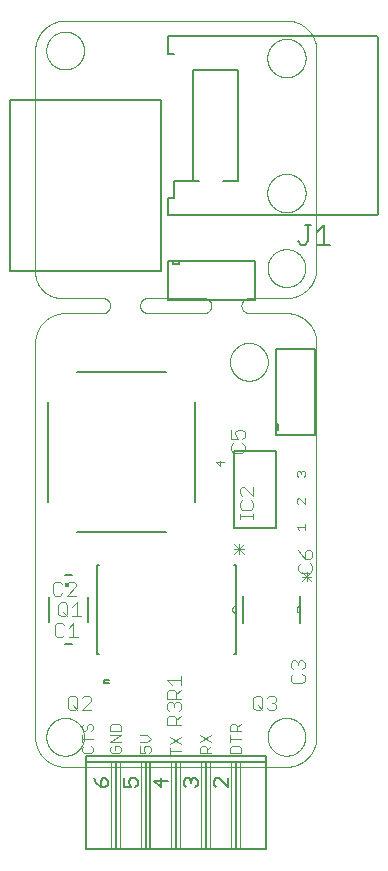
<source format=gto>
G75*
%MOIN*%
%OFA0B0*%
%FSLAX25Y25*%
%IPPOS*%
%LPD*%
%AMOC8*
5,1,8,0,0,1.08239X$1,22.5*
%
%ADD10C,0.00000*%
%ADD11C,0.00300*%
%ADD12C,0.00400*%
%ADD13C,0.00800*%
%ADD14C,0.01433*%
%ADD15C,0.00600*%
%ADD16C,0.00200*%
%ADD17C,0.00500*%
D10*
X0028845Y0038800D02*
X0028845Y0170050D01*
X0028848Y0170292D01*
X0028857Y0170533D01*
X0028871Y0170774D01*
X0028892Y0171015D01*
X0028918Y0171255D01*
X0028950Y0171495D01*
X0028988Y0171734D01*
X0029031Y0171971D01*
X0029081Y0172208D01*
X0029136Y0172443D01*
X0029196Y0172677D01*
X0029263Y0172909D01*
X0029334Y0173140D01*
X0029412Y0173369D01*
X0029495Y0173596D01*
X0029583Y0173821D01*
X0029677Y0174044D01*
X0029776Y0174264D01*
X0029881Y0174482D01*
X0029990Y0174697D01*
X0030105Y0174910D01*
X0030225Y0175120D01*
X0030350Y0175326D01*
X0030480Y0175530D01*
X0030615Y0175731D01*
X0030755Y0175928D01*
X0030899Y0176122D01*
X0031048Y0176312D01*
X0031202Y0176498D01*
X0031360Y0176681D01*
X0031522Y0176860D01*
X0031689Y0177035D01*
X0031860Y0177206D01*
X0032035Y0177373D01*
X0032214Y0177535D01*
X0032397Y0177693D01*
X0032583Y0177847D01*
X0032773Y0177996D01*
X0032967Y0178140D01*
X0033164Y0178280D01*
X0033365Y0178415D01*
X0033569Y0178545D01*
X0033775Y0178670D01*
X0033985Y0178790D01*
X0034198Y0178905D01*
X0034413Y0179014D01*
X0034631Y0179119D01*
X0034851Y0179218D01*
X0035074Y0179312D01*
X0035299Y0179400D01*
X0035526Y0179483D01*
X0035755Y0179561D01*
X0035986Y0179632D01*
X0036218Y0179699D01*
X0036452Y0179759D01*
X0036687Y0179814D01*
X0036924Y0179864D01*
X0037161Y0179907D01*
X0037400Y0179945D01*
X0037640Y0179977D01*
X0037880Y0180003D01*
X0038121Y0180024D01*
X0038362Y0180038D01*
X0038603Y0180047D01*
X0038845Y0180050D01*
X0051345Y0180050D01*
X0053845Y0182550D02*
X0053843Y0182648D01*
X0053837Y0182746D01*
X0053828Y0182844D01*
X0053814Y0182941D01*
X0053797Y0183038D01*
X0053776Y0183134D01*
X0053751Y0183229D01*
X0053723Y0183323D01*
X0053690Y0183415D01*
X0053655Y0183507D01*
X0053615Y0183597D01*
X0053573Y0183685D01*
X0053526Y0183772D01*
X0053477Y0183856D01*
X0053424Y0183939D01*
X0053368Y0184019D01*
X0053308Y0184098D01*
X0053246Y0184174D01*
X0053181Y0184247D01*
X0053113Y0184318D01*
X0053042Y0184386D01*
X0052969Y0184451D01*
X0052893Y0184513D01*
X0052814Y0184573D01*
X0052734Y0184629D01*
X0052651Y0184682D01*
X0052567Y0184731D01*
X0052480Y0184778D01*
X0052392Y0184820D01*
X0052302Y0184860D01*
X0052210Y0184895D01*
X0052118Y0184928D01*
X0052024Y0184956D01*
X0051929Y0184981D01*
X0051833Y0185002D01*
X0051736Y0185019D01*
X0051639Y0185033D01*
X0051541Y0185042D01*
X0051443Y0185048D01*
X0051345Y0185050D01*
X0037595Y0185050D01*
X0037384Y0185053D01*
X0037172Y0185060D01*
X0036961Y0185073D01*
X0036751Y0185091D01*
X0036540Y0185114D01*
X0036331Y0185142D01*
X0036122Y0185175D01*
X0035914Y0185213D01*
X0035707Y0185256D01*
X0035501Y0185304D01*
X0035296Y0185357D01*
X0035093Y0185415D01*
X0034891Y0185478D01*
X0034691Y0185546D01*
X0034492Y0185619D01*
X0034295Y0185696D01*
X0034101Y0185778D01*
X0033908Y0185865D01*
X0033717Y0185956D01*
X0033529Y0186052D01*
X0033343Y0186153D01*
X0033159Y0186258D01*
X0032978Y0186367D01*
X0032800Y0186481D01*
X0032624Y0186599D01*
X0032452Y0186721D01*
X0032282Y0186847D01*
X0032116Y0186978D01*
X0031953Y0187112D01*
X0031793Y0187251D01*
X0031636Y0187393D01*
X0031483Y0187539D01*
X0031334Y0187688D01*
X0031188Y0187841D01*
X0031046Y0187998D01*
X0030907Y0188158D01*
X0030773Y0188321D01*
X0030642Y0188487D01*
X0030516Y0188657D01*
X0030394Y0188829D01*
X0030276Y0189005D01*
X0030162Y0189183D01*
X0030053Y0189364D01*
X0029948Y0189548D01*
X0029847Y0189734D01*
X0029751Y0189922D01*
X0029660Y0190113D01*
X0029573Y0190306D01*
X0029491Y0190500D01*
X0029414Y0190697D01*
X0029341Y0190896D01*
X0029273Y0191096D01*
X0029210Y0191298D01*
X0029152Y0191501D01*
X0029099Y0191706D01*
X0029051Y0191912D01*
X0029008Y0192119D01*
X0028970Y0192327D01*
X0028937Y0192536D01*
X0028909Y0192745D01*
X0028886Y0192956D01*
X0028868Y0193166D01*
X0028855Y0193377D01*
X0028848Y0193589D01*
X0028845Y0193800D01*
X0028845Y0267550D01*
X0028848Y0267792D01*
X0028857Y0268033D01*
X0028871Y0268274D01*
X0028892Y0268515D01*
X0028918Y0268755D01*
X0028950Y0268995D01*
X0028988Y0269234D01*
X0029031Y0269471D01*
X0029081Y0269708D01*
X0029136Y0269943D01*
X0029196Y0270177D01*
X0029263Y0270409D01*
X0029334Y0270640D01*
X0029412Y0270869D01*
X0029495Y0271096D01*
X0029583Y0271321D01*
X0029677Y0271544D01*
X0029776Y0271764D01*
X0029881Y0271982D01*
X0029990Y0272197D01*
X0030105Y0272410D01*
X0030225Y0272620D01*
X0030350Y0272826D01*
X0030480Y0273030D01*
X0030615Y0273231D01*
X0030755Y0273428D01*
X0030899Y0273622D01*
X0031048Y0273812D01*
X0031202Y0273998D01*
X0031360Y0274181D01*
X0031522Y0274360D01*
X0031689Y0274535D01*
X0031860Y0274706D01*
X0032035Y0274873D01*
X0032214Y0275035D01*
X0032397Y0275193D01*
X0032583Y0275347D01*
X0032773Y0275496D01*
X0032967Y0275640D01*
X0033164Y0275780D01*
X0033365Y0275915D01*
X0033569Y0276045D01*
X0033775Y0276170D01*
X0033985Y0276290D01*
X0034198Y0276405D01*
X0034413Y0276514D01*
X0034631Y0276619D01*
X0034851Y0276718D01*
X0035074Y0276812D01*
X0035299Y0276900D01*
X0035526Y0276983D01*
X0035755Y0277061D01*
X0035986Y0277132D01*
X0036218Y0277199D01*
X0036452Y0277259D01*
X0036687Y0277314D01*
X0036924Y0277364D01*
X0037161Y0277407D01*
X0037400Y0277445D01*
X0037640Y0277477D01*
X0037880Y0277503D01*
X0038121Y0277524D01*
X0038362Y0277538D01*
X0038603Y0277547D01*
X0038845Y0277550D01*
X0112595Y0277550D01*
X0112837Y0277547D01*
X0113078Y0277538D01*
X0113319Y0277524D01*
X0113560Y0277503D01*
X0113800Y0277477D01*
X0114040Y0277445D01*
X0114279Y0277407D01*
X0114516Y0277364D01*
X0114753Y0277314D01*
X0114988Y0277259D01*
X0115222Y0277199D01*
X0115454Y0277132D01*
X0115685Y0277061D01*
X0115914Y0276983D01*
X0116141Y0276900D01*
X0116366Y0276812D01*
X0116589Y0276718D01*
X0116809Y0276619D01*
X0117027Y0276514D01*
X0117242Y0276405D01*
X0117455Y0276290D01*
X0117665Y0276170D01*
X0117871Y0276045D01*
X0118075Y0275915D01*
X0118276Y0275780D01*
X0118473Y0275640D01*
X0118667Y0275496D01*
X0118857Y0275347D01*
X0119043Y0275193D01*
X0119226Y0275035D01*
X0119405Y0274873D01*
X0119580Y0274706D01*
X0119751Y0274535D01*
X0119918Y0274360D01*
X0120080Y0274181D01*
X0120238Y0273998D01*
X0120392Y0273812D01*
X0120541Y0273622D01*
X0120685Y0273428D01*
X0120825Y0273231D01*
X0120960Y0273030D01*
X0121090Y0272826D01*
X0121215Y0272620D01*
X0121335Y0272410D01*
X0121450Y0272197D01*
X0121559Y0271982D01*
X0121664Y0271764D01*
X0121763Y0271544D01*
X0121857Y0271321D01*
X0121945Y0271096D01*
X0122028Y0270869D01*
X0122106Y0270640D01*
X0122177Y0270409D01*
X0122244Y0270177D01*
X0122304Y0269943D01*
X0122359Y0269708D01*
X0122409Y0269471D01*
X0122452Y0269234D01*
X0122490Y0268995D01*
X0122522Y0268755D01*
X0122548Y0268515D01*
X0122569Y0268274D01*
X0122583Y0268033D01*
X0122592Y0267792D01*
X0122595Y0267550D01*
X0122595Y0195050D01*
X0122592Y0194808D01*
X0122583Y0194567D01*
X0122569Y0194326D01*
X0122548Y0194085D01*
X0122522Y0193845D01*
X0122490Y0193605D01*
X0122452Y0193366D01*
X0122409Y0193129D01*
X0122359Y0192892D01*
X0122304Y0192657D01*
X0122244Y0192423D01*
X0122177Y0192191D01*
X0122106Y0191960D01*
X0122028Y0191731D01*
X0121945Y0191504D01*
X0121857Y0191279D01*
X0121763Y0191056D01*
X0121664Y0190836D01*
X0121559Y0190618D01*
X0121450Y0190403D01*
X0121335Y0190190D01*
X0121215Y0189980D01*
X0121090Y0189774D01*
X0120960Y0189570D01*
X0120825Y0189369D01*
X0120685Y0189172D01*
X0120541Y0188978D01*
X0120392Y0188788D01*
X0120238Y0188602D01*
X0120080Y0188419D01*
X0119918Y0188240D01*
X0119751Y0188065D01*
X0119580Y0187894D01*
X0119405Y0187727D01*
X0119226Y0187565D01*
X0119043Y0187407D01*
X0118857Y0187253D01*
X0118667Y0187104D01*
X0118473Y0186960D01*
X0118276Y0186820D01*
X0118075Y0186685D01*
X0117871Y0186555D01*
X0117665Y0186430D01*
X0117455Y0186310D01*
X0117242Y0186195D01*
X0117027Y0186086D01*
X0116809Y0185981D01*
X0116589Y0185882D01*
X0116366Y0185788D01*
X0116141Y0185700D01*
X0115914Y0185617D01*
X0115685Y0185539D01*
X0115454Y0185468D01*
X0115222Y0185401D01*
X0114988Y0185341D01*
X0114753Y0185286D01*
X0114516Y0185236D01*
X0114279Y0185193D01*
X0114040Y0185155D01*
X0113800Y0185123D01*
X0113560Y0185097D01*
X0113319Y0185076D01*
X0113078Y0185062D01*
X0112837Y0185053D01*
X0112595Y0185050D01*
X0100095Y0185050D01*
X0099997Y0185048D01*
X0099899Y0185042D01*
X0099801Y0185033D01*
X0099704Y0185019D01*
X0099607Y0185002D01*
X0099511Y0184981D01*
X0099416Y0184956D01*
X0099322Y0184928D01*
X0099230Y0184895D01*
X0099138Y0184860D01*
X0099048Y0184820D01*
X0098960Y0184778D01*
X0098873Y0184731D01*
X0098789Y0184682D01*
X0098706Y0184629D01*
X0098626Y0184573D01*
X0098547Y0184513D01*
X0098471Y0184451D01*
X0098398Y0184386D01*
X0098327Y0184318D01*
X0098259Y0184247D01*
X0098194Y0184174D01*
X0098132Y0184098D01*
X0098072Y0184019D01*
X0098016Y0183939D01*
X0097963Y0183856D01*
X0097914Y0183772D01*
X0097867Y0183685D01*
X0097825Y0183597D01*
X0097785Y0183507D01*
X0097750Y0183415D01*
X0097717Y0183323D01*
X0097689Y0183229D01*
X0097664Y0183134D01*
X0097643Y0183038D01*
X0097626Y0182941D01*
X0097612Y0182844D01*
X0097603Y0182746D01*
X0097597Y0182648D01*
X0097595Y0182550D01*
X0097597Y0182452D01*
X0097603Y0182354D01*
X0097612Y0182256D01*
X0097626Y0182159D01*
X0097643Y0182062D01*
X0097664Y0181966D01*
X0097689Y0181871D01*
X0097717Y0181777D01*
X0097750Y0181685D01*
X0097785Y0181593D01*
X0097825Y0181503D01*
X0097867Y0181415D01*
X0097914Y0181328D01*
X0097963Y0181244D01*
X0098016Y0181161D01*
X0098072Y0181081D01*
X0098132Y0181002D01*
X0098194Y0180926D01*
X0098259Y0180853D01*
X0098327Y0180782D01*
X0098398Y0180714D01*
X0098471Y0180649D01*
X0098547Y0180587D01*
X0098626Y0180527D01*
X0098706Y0180471D01*
X0098789Y0180418D01*
X0098873Y0180369D01*
X0098960Y0180322D01*
X0099048Y0180280D01*
X0099138Y0180240D01*
X0099230Y0180205D01*
X0099322Y0180172D01*
X0099416Y0180144D01*
X0099511Y0180119D01*
X0099607Y0180098D01*
X0099704Y0180081D01*
X0099801Y0180067D01*
X0099899Y0180058D01*
X0099997Y0180052D01*
X0100095Y0180050D01*
X0112595Y0180050D01*
X0112837Y0180047D01*
X0113078Y0180038D01*
X0113319Y0180024D01*
X0113560Y0180003D01*
X0113800Y0179977D01*
X0114040Y0179945D01*
X0114279Y0179907D01*
X0114516Y0179864D01*
X0114753Y0179814D01*
X0114988Y0179759D01*
X0115222Y0179699D01*
X0115454Y0179632D01*
X0115685Y0179561D01*
X0115914Y0179483D01*
X0116141Y0179400D01*
X0116366Y0179312D01*
X0116589Y0179218D01*
X0116809Y0179119D01*
X0117027Y0179014D01*
X0117242Y0178905D01*
X0117455Y0178790D01*
X0117665Y0178670D01*
X0117871Y0178545D01*
X0118075Y0178415D01*
X0118276Y0178280D01*
X0118473Y0178140D01*
X0118667Y0177996D01*
X0118857Y0177847D01*
X0119043Y0177693D01*
X0119226Y0177535D01*
X0119405Y0177373D01*
X0119580Y0177206D01*
X0119751Y0177035D01*
X0119918Y0176860D01*
X0120080Y0176681D01*
X0120238Y0176498D01*
X0120392Y0176312D01*
X0120541Y0176122D01*
X0120685Y0175928D01*
X0120825Y0175731D01*
X0120960Y0175530D01*
X0121090Y0175326D01*
X0121215Y0175120D01*
X0121335Y0174910D01*
X0121450Y0174697D01*
X0121559Y0174482D01*
X0121664Y0174264D01*
X0121763Y0174044D01*
X0121857Y0173821D01*
X0121945Y0173596D01*
X0122028Y0173369D01*
X0122106Y0173140D01*
X0122177Y0172909D01*
X0122244Y0172677D01*
X0122304Y0172443D01*
X0122359Y0172208D01*
X0122409Y0171971D01*
X0122452Y0171734D01*
X0122490Y0171495D01*
X0122522Y0171255D01*
X0122548Y0171015D01*
X0122569Y0170774D01*
X0122583Y0170533D01*
X0122592Y0170292D01*
X0122595Y0170050D01*
X0122595Y0038800D01*
X0122592Y0038558D01*
X0122583Y0038317D01*
X0122569Y0038076D01*
X0122548Y0037835D01*
X0122522Y0037595D01*
X0122490Y0037355D01*
X0122452Y0037116D01*
X0122409Y0036879D01*
X0122359Y0036642D01*
X0122304Y0036407D01*
X0122244Y0036173D01*
X0122177Y0035941D01*
X0122106Y0035710D01*
X0122028Y0035481D01*
X0121945Y0035254D01*
X0121857Y0035029D01*
X0121763Y0034806D01*
X0121664Y0034586D01*
X0121559Y0034368D01*
X0121450Y0034153D01*
X0121335Y0033940D01*
X0121215Y0033730D01*
X0121090Y0033524D01*
X0120960Y0033320D01*
X0120825Y0033119D01*
X0120685Y0032922D01*
X0120541Y0032728D01*
X0120392Y0032538D01*
X0120238Y0032352D01*
X0120080Y0032169D01*
X0119918Y0031990D01*
X0119751Y0031815D01*
X0119580Y0031644D01*
X0119405Y0031477D01*
X0119226Y0031315D01*
X0119043Y0031157D01*
X0118857Y0031003D01*
X0118667Y0030854D01*
X0118473Y0030710D01*
X0118276Y0030570D01*
X0118075Y0030435D01*
X0117871Y0030305D01*
X0117665Y0030180D01*
X0117455Y0030060D01*
X0117242Y0029945D01*
X0117027Y0029836D01*
X0116809Y0029731D01*
X0116589Y0029632D01*
X0116366Y0029538D01*
X0116141Y0029450D01*
X0115914Y0029367D01*
X0115685Y0029289D01*
X0115454Y0029218D01*
X0115222Y0029151D01*
X0114988Y0029091D01*
X0114753Y0029036D01*
X0114516Y0028986D01*
X0114279Y0028943D01*
X0114040Y0028905D01*
X0113800Y0028873D01*
X0113560Y0028847D01*
X0113319Y0028826D01*
X0113078Y0028812D01*
X0112837Y0028803D01*
X0112595Y0028800D01*
X0038845Y0028800D01*
X0038603Y0028803D01*
X0038362Y0028812D01*
X0038121Y0028826D01*
X0037880Y0028847D01*
X0037640Y0028873D01*
X0037400Y0028905D01*
X0037161Y0028943D01*
X0036924Y0028986D01*
X0036687Y0029036D01*
X0036452Y0029091D01*
X0036218Y0029151D01*
X0035986Y0029218D01*
X0035755Y0029289D01*
X0035526Y0029367D01*
X0035299Y0029450D01*
X0035074Y0029538D01*
X0034851Y0029632D01*
X0034631Y0029731D01*
X0034413Y0029836D01*
X0034198Y0029945D01*
X0033985Y0030060D01*
X0033775Y0030180D01*
X0033569Y0030305D01*
X0033365Y0030435D01*
X0033164Y0030570D01*
X0032967Y0030710D01*
X0032773Y0030854D01*
X0032583Y0031003D01*
X0032397Y0031157D01*
X0032214Y0031315D01*
X0032035Y0031477D01*
X0031860Y0031644D01*
X0031689Y0031815D01*
X0031522Y0031990D01*
X0031360Y0032169D01*
X0031202Y0032352D01*
X0031048Y0032538D01*
X0030899Y0032728D01*
X0030755Y0032922D01*
X0030615Y0033119D01*
X0030480Y0033320D01*
X0030350Y0033524D01*
X0030225Y0033730D01*
X0030105Y0033940D01*
X0029990Y0034153D01*
X0029881Y0034368D01*
X0029776Y0034586D01*
X0029677Y0034806D01*
X0029583Y0035029D01*
X0029495Y0035254D01*
X0029412Y0035481D01*
X0029334Y0035710D01*
X0029263Y0035941D01*
X0029196Y0036173D01*
X0029136Y0036407D01*
X0029081Y0036642D01*
X0029031Y0036879D01*
X0028988Y0037116D01*
X0028950Y0037355D01*
X0028918Y0037595D01*
X0028892Y0037835D01*
X0028871Y0038076D01*
X0028857Y0038317D01*
X0028848Y0038558D01*
X0028845Y0038800D01*
X0032546Y0038800D02*
X0032548Y0038958D01*
X0032554Y0039116D01*
X0032564Y0039274D01*
X0032578Y0039432D01*
X0032596Y0039589D01*
X0032617Y0039746D01*
X0032643Y0039902D01*
X0032673Y0040058D01*
X0032706Y0040213D01*
X0032744Y0040366D01*
X0032785Y0040519D01*
X0032830Y0040671D01*
X0032879Y0040822D01*
X0032932Y0040971D01*
X0032988Y0041119D01*
X0033048Y0041265D01*
X0033112Y0041410D01*
X0033180Y0041553D01*
X0033251Y0041695D01*
X0033325Y0041835D01*
X0033403Y0041972D01*
X0033485Y0042108D01*
X0033569Y0042242D01*
X0033658Y0042373D01*
X0033749Y0042502D01*
X0033844Y0042629D01*
X0033941Y0042754D01*
X0034042Y0042876D01*
X0034146Y0042995D01*
X0034253Y0043112D01*
X0034363Y0043226D01*
X0034476Y0043337D01*
X0034591Y0043446D01*
X0034709Y0043551D01*
X0034830Y0043653D01*
X0034953Y0043753D01*
X0035079Y0043849D01*
X0035207Y0043942D01*
X0035337Y0044032D01*
X0035470Y0044118D01*
X0035605Y0044202D01*
X0035741Y0044281D01*
X0035880Y0044358D01*
X0036021Y0044430D01*
X0036163Y0044500D01*
X0036307Y0044565D01*
X0036453Y0044627D01*
X0036600Y0044685D01*
X0036749Y0044740D01*
X0036899Y0044791D01*
X0037050Y0044838D01*
X0037202Y0044881D01*
X0037355Y0044920D01*
X0037510Y0044956D01*
X0037665Y0044987D01*
X0037821Y0045015D01*
X0037977Y0045039D01*
X0038134Y0045059D01*
X0038292Y0045075D01*
X0038449Y0045087D01*
X0038608Y0045095D01*
X0038766Y0045099D01*
X0038924Y0045099D01*
X0039082Y0045095D01*
X0039241Y0045087D01*
X0039398Y0045075D01*
X0039556Y0045059D01*
X0039713Y0045039D01*
X0039869Y0045015D01*
X0040025Y0044987D01*
X0040180Y0044956D01*
X0040335Y0044920D01*
X0040488Y0044881D01*
X0040640Y0044838D01*
X0040791Y0044791D01*
X0040941Y0044740D01*
X0041090Y0044685D01*
X0041237Y0044627D01*
X0041383Y0044565D01*
X0041527Y0044500D01*
X0041669Y0044430D01*
X0041810Y0044358D01*
X0041949Y0044281D01*
X0042085Y0044202D01*
X0042220Y0044118D01*
X0042353Y0044032D01*
X0042483Y0043942D01*
X0042611Y0043849D01*
X0042737Y0043753D01*
X0042860Y0043653D01*
X0042981Y0043551D01*
X0043099Y0043446D01*
X0043214Y0043337D01*
X0043327Y0043226D01*
X0043437Y0043112D01*
X0043544Y0042995D01*
X0043648Y0042876D01*
X0043749Y0042754D01*
X0043846Y0042629D01*
X0043941Y0042502D01*
X0044032Y0042373D01*
X0044121Y0042242D01*
X0044205Y0042108D01*
X0044287Y0041972D01*
X0044365Y0041835D01*
X0044439Y0041695D01*
X0044510Y0041553D01*
X0044578Y0041410D01*
X0044642Y0041265D01*
X0044702Y0041119D01*
X0044758Y0040971D01*
X0044811Y0040822D01*
X0044860Y0040671D01*
X0044905Y0040519D01*
X0044946Y0040366D01*
X0044984Y0040213D01*
X0045017Y0040058D01*
X0045047Y0039902D01*
X0045073Y0039746D01*
X0045094Y0039589D01*
X0045112Y0039432D01*
X0045126Y0039274D01*
X0045136Y0039116D01*
X0045142Y0038958D01*
X0045144Y0038800D01*
X0045142Y0038642D01*
X0045136Y0038484D01*
X0045126Y0038326D01*
X0045112Y0038168D01*
X0045094Y0038011D01*
X0045073Y0037854D01*
X0045047Y0037698D01*
X0045017Y0037542D01*
X0044984Y0037387D01*
X0044946Y0037234D01*
X0044905Y0037081D01*
X0044860Y0036929D01*
X0044811Y0036778D01*
X0044758Y0036629D01*
X0044702Y0036481D01*
X0044642Y0036335D01*
X0044578Y0036190D01*
X0044510Y0036047D01*
X0044439Y0035905D01*
X0044365Y0035765D01*
X0044287Y0035628D01*
X0044205Y0035492D01*
X0044121Y0035358D01*
X0044032Y0035227D01*
X0043941Y0035098D01*
X0043846Y0034971D01*
X0043749Y0034846D01*
X0043648Y0034724D01*
X0043544Y0034605D01*
X0043437Y0034488D01*
X0043327Y0034374D01*
X0043214Y0034263D01*
X0043099Y0034154D01*
X0042981Y0034049D01*
X0042860Y0033947D01*
X0042737Y0033847D01*
X0042611Y0033751D01*
X0042483Y0033658D01*
X0042353Y0033568D01*
X0042220Y0033482D01*
X0042085Y0033398D01*
X0041949Y0033319D01*
X0041810Y0033242D01*
X0041669Y0033170D01*
X0041527Y0033100D01*
X0041383Y0033035D01*
X0041237Y0032973D01*
X0041090Y0032915D01*
X0040941Y0032860D01*
X0040791Y0032809D01*
X0040640Y0032762D01*
X0040488Y0032719D01*
X0040335Y0032680D01*
X0040180Y0032644D01*
X0040025Y0032613D01*
X0039869Y0032585D01*
X0039713Y0032561D01*
X0039556Y0032541D01*
X0039398Y0032525D01*
X0039241Y0032513D01*
X0039082Y0032505D01*
X0038924Y0032501D01*
X0038766Y0032501D01*
X0038608Y0032505D01*
X0038449Y0032513D01*
X0038292Y0032525D01*
X0038134Y0032541D01*
X0037977Y0032561D01*
X0037821Y0032585D01*
X0037665Y0032613D01*
X0037510Y0032644D01*
X0037355Y0032680D01*
X0037202Y0032719D01*
X0037050Y0032762D01*
X0036899Y0032809D01*
X0036749Y0032860D01*
X0036600Y0032915D01*
X0036453Y0032973D01*
X0036307Y0033035D01*
X0036163Y0033100D01*
X0036021Y0033170D01*
X0035880Y0033242D01*
X0035741Y0033319D01*
X0035605Y0033398D01*
X0035470Y0033482D01*
X0035337Y0033568D01*
X0035207Y0033658D01*
X0035079Y0033751D01*
X0034953Y0033847D01*
X0034830Y0033947D01*
X0034709Y0034049D01*
X0034591Y0034154D01*
X0034476Y0034263D01*
X0034363Y0034374D01*
X0034253Y0034488D01*
X0034146Y0034605D01*
X0034042Y0034724D01*
X0033941Y0034846D01*
X0033844Y0034971D01*
X0033749Y0035098D01*
X0033658Y0035227D01*
X0033569Y0035358D01*
X0033485Y0035492D01*
X0033403Y0035628D01*
X0033325Y0035765D01*
X0033251Y0035905D01*
X0033180Y0036047D01*
X0033112Y0036190D01*
X0033048Y0036335D01*
X0032988Y0036481D01*
X0032932Y0036629D01*
X0032879Y0036778D01*
X0032830Y0036929D01*
X0032785Y0037081D01*
X0032744Y0037234D01*
X0032706Y0037387D01*
X0032673Y0037542D01*
X0032643Y0037698D01*
X0032617Y0037854D01*
X0032596Y0038011D01*
X0032578Y0038168D01*
X0032564Y0038326D01*
X0032554Y0038484D01*
X0032548Y0038642D01*
X0032546Y0038800D01*
X0095695Y0080100D02*
X0095626Y0080102D01*
X0095558Y0080108D01*
X0095490Y0080118D01*
X0095423Y0080131D01*
X0095357Y0080149D01*
X0095292Y0080170D01*
X0095228Y0080195D01*
X0095166Y0080223D01*
X0095105Y0080255D01*
X0095046Y0080290D01*
X0094990Y0080329D01*
X0094935Y0080371D01*
X0094884Y0080416D01*
X0094834Y0080464D01*
X0094788Y0080514D01*
X0094745Y0080567D01*
X0094704Y0080623D01*
X0094667Y0080680D01*
X0094634Y0080740D01*
X0094603Y0080802D01*
X0094577Y0080865D01*
X0094554Y0080929D01*
X0094534Y0080995D01*
X0094519Y0081062D01*
X0094507Y0081129D01*
X0094499Y0081197D01*
X0094495Y0081266D01*
X0094495Y0081334D01*
X0094499Y0081403D01*
X0094507Y0081471D01*
X0094519Y0081538D01*
X0094534Y0081605D01*
X0094554Y0081671D01*
X0094577Y0081735D01*
X0094603Y0081798D01*
X0094634Y0081860D01*
X0094667Y0081920D01*
X0094704Y0081977D01*
X0094745Y0082033D01*
X0094788Y0082086D01*
X0094834Y0082136D01*
X0094884Y0082184D01*
X0094935Y0082229D01*
X0094990Y0082271D01*
X0095046Y0082310D01*
X0095105Y0082345D01*
X0095166Y0082377D01*
X0095228Y0082405D01*
X0095292Y0082430D01*
X0095357Y0082451D01*
X0095423Y0082469D01*
X0095490Y0082482D01*
X0095558Y0082492D01*
X0095626Y0082498D01*
X0095695Y0082500D01*
X0117195Y0082500D02*
X0117126Y0082498D01*
X0117058Y0082492D01*
X0116990Y0082482D01*
X0116923Y0082469D01*
X0116857Y0082451D01*
X0116792Y0082430D01*
X0116728Y0082405D01*
X0116666Y0082377D01*
X0116605Y0082345D01*
X0116546Y0082310D01*
X0116490Y0082271D01*
X0116435Y0082229D01*
X0116384Y0082184D01*
X0116334Y0082136D01*
X0116288Y0082086D01*
X0116245Y0082033D01*
X0116204Y0081977D01*
X0116167Y0081920D01*
X0116134Y0081860D01*
X0116103Y0081798D01*
X0116077Y0081735D01*
X0116054Y0081671D01*
X0116034Y0081605D01*
X0116019Y0081538D01*
X0116007Y0081471D01*
X0115999Y0081403D01*
X0115995Y0081334D01*
X0115995Y0081266D01*
X0115999Y0081197D01*
X0116007Y0081129D01*
X0116019Y0081062D01*
X0116034Y0080995D01*
X0116054Y0080929D01*
X0116077Y0080865D01*
X0116103Y0080802D01*
X0116134Y0080740D01*
X0116167Y0080680D01*
X0116204Y0080623D01*
X0116245Y0080567D01*
X0116288Y0080514D01*
X0116334Y0080464D01*
X0116384Y0080416D01*
X0116435Y0080371D01*
X0116490Y0080329D01*
X0116546Y0080290D01*
X0116605Y0080255D01*
X0116666Y0080223D01*
X0116728Y0080195D01*
X0116792Y0080170D01*
X0116857Y0080149D01*
X0116923Y0080131D01*
X0116990Y0080118D01*
X0117058Y0080108D01*
X0117126Y0080102D01*
X0117195Y0080100D01*
X0106296Y0038800D02*
X0106298Y0038958D01*
X0106304Y0039116D01*
X0106314Y0039274D01*
X0106328Y0039432D01*
X0106346Y0039589D01*
X0106367Y0039746D01*
X0106393Y0039902D01*
X0106423Y0040058D01*
X0106456Y0040213D01*
X0106494Y0040366D01*
X0106535Y0040519D01*
X0106580Y0040671D01*
X0106629Y0040822D01*
X0106682Y0040971D01*
X0106738Y0041119D01*
X0106798Y0041265D01*
X0106862Y0041410D01*
X0106930Y0041553D01*
X0107001Y0041695D01*
X0107075Y0041835D01*
X0107153Y0041972D01*
X0107235Y0042108D01*
X0107319Y0042242D01*
X0107408Y0042373D01*
X0107499Y0042502D01*
X0107594Y0042629D01*
X0107691Y0042754D01*
X0107792Y0042876D01*
X0107896Y0042995D01*
X0108003Y0043112D01*
X0108113Y0043226D01*
X0108226Y0043337D01*
X0108341Y0043446D01*
X0108459Y0043551D01*
X0108580Y0043653D01*
X0108703Y0043753D01*
X0108829Y0043849D01*
X0108957Y0043942D01*
X0109087Y0044032D01*
X0109220Y0044118D01*
X0109355Y0044202D01*
X0109491Y0044281D01*
X0109630Y0044358D01*
X0109771Y0044430D01*
X0109913Y0044500D01*
X0110057Y0044565D01*
X0110203Y0044627D01*
X0110350Y0044685D01*
X0110499Y0044740D01*
X0110649Y0044791D01*
X0110800Y0044838D01*
X0110952Y0044881D01*
X0111105Y0044920D01*
X0111260Y0044956D01*
X0111415Y0044987D01*
X0111571Y0045015D01*
X0111727Y0045039D01*
X0111884Y0045059D01*
X0112042Y0045075D01*
X0112199Y0045087D01*
X0112358Y0045095D01*
X0112516Y0045099D01*
X0112674Y0045099D01*
X0112832Y0045095D01*
X0112991Y0045087D01*
X0113148Y0045075D01*
X0113306Y0045059D01*
X0113463Y0045039D01*
X0113619Y0045015D01*
X0113775Y0044987D01*
X0113930Y0044956D01*
X0114085Y0044920D01*
X0114238Y0044881D01*
X0114390Y0044838D01*
X0114541Y0044791D01*
X0114691Y0044740D01*
X0114840Y0044685D01*
X0114987Y0044627D01*
X0115133Y0044565D01*
X0115277Y0044500D01*
X0115419Y0044430D01*
X0115560Y0044358D01*
X0115699Y0044281D01*
X0115835Y0044202D01*
X0115970Y0044118D01*
X0116103Y0044032D01*
X0116233Y0043942D01*
X0116361Y0043849D01*
X0116487Y0043753D01*
X0116610Y0043653D01*
X0116731Y0043551D01*
X0116849Y0043446D01*
X0116964Y0043337D01*
X0117077Y0043226D01*
X0117187Y0043112D01*
X0117294Y0042995D01*
X0117398Y0042876D01*
X0117499Y0042754D01*
X0117596Y0042629D01*
X0117691Y0042502D01*
X0117782Y0042373D01*
X0117871Y0042242D01*
X0117955Y0042108D01*
X0118037Y0041972D01*
X0118115Y0041835D01*
X0118189Y0041695D01*
X0118260Y0041553D01*
X0118328Y0041410D01*
X0118392Y0041265D01*
X0118452Y0041119D01*
X0118508Y0040971D01*
X0118561Y0040822D01*
X0118610Y0040671D01*
X0118655Y0040519D01*
X0118696Y0040366D01*
X0118734Y0040213D01*
X0118767Y0040058D01*
X0118797Y0039902D01*
X0118823Y0039746D01*
X0118844Y0039589D01*
X0118862Y0039432D01*
X0118876Y0039274D01*
X0118886Y0039116D01*
X0118892Y0038958D01*
X0118894Y0038800D01*
X0118892Y0038642D01*
X0118886Y0038484D01*
X0118876Y0038326D01*
X0118862Y0038168D01*
X0118844Y0038011D01*
X0118823Y0037854D01*
X0118797Y0037698D01*
X0118767Y0037542D01*
X0118734Y0037387D01*
X0118696Y0037234D01*
X0118655Y0037081D01*
X0118610Y0036929D01*
X0118561Y0036778D01*
X0118508Y0036629D01*
X0118452Y0036481D01*
X0118392Y0036335D01*
X0118328Y0036190D01*
X0118260Y0036047D01*
X0118189Y0035905D01*
X0118115Y0035765D01*
X0118037Y0035628D01*
X0117955Y0035492D01*
X0117871Y0035358D01*
X0117782Y0035227D01*
X0117691Y0035098D01*
X0117596Y0034971D01*
X0117499Y0034846D01*
X0117398Y0034724D01*
X0117294Y0034605D01*
X0117187Y0034488D01*
X0117077Y0034374D01*
X0116964Y0034263D01*
X0116849Y0034154D01*
X0116731Y0034049D01*
X0116610Y0033947D01*
X0116487Y0033847D01*
X0116361Y0033751D01*
X0116233Y0033658D01*
X0116103Y0033568D01*
X0115970Y0033482D01*
X0115835Y0033398D01*
X0115699Y0033319D01*
X0115560Y0033242D01*
X0115419Y0033170D01*
X0115277Y0033100D01*
X0115133Y0033035D01*
X0114987Y0032973D01*
X0114840Y0032915D01*
X0114691Y0032860D01*
X0114541Y0032809D01*
X0114390Y0032762D01*
X0114238Y0032719D01*
X0114085Y0032680D01*
X0113930Y0032644D01*
X0113775Y0032613D01*
X0113619Y0032585D01*
X0113463Y0032561D01*
X0113306Y0032541D01*
X0113148Y0032525D01*
X0112991Y0032513D01*
X0112832Y0032505D01*
X0112674Y0032501D01*
X0112516Y0032501D01*
X0112358Y0032505D01*
X0112199Y0032513D01*
X0112042Y0032525D01*
X0111884Y0032541D01*
X0111727Y0032561D01*
X0111571Y0032585D01*
X0111415Y0032613D01*
X0111260Y0032644D01*
X0111105Y0032680D01*
X0110952Y0032719D01*
X0110800Y0032762D01*
X0110649Y0032809D01*
X0110499Y0032860D01*
X0110350Y0032915D01*
X0110203Y0032973D01*
X0110057Y0033035D01*
X0109913Y0033100D01*
X0109771Y0033170D01*
X0109630Y0033242D01*
X0109491Y0033319D01*
X0109355Y0033398D01*
X0109220Y0033482D01*
X0109087Y0033568D01*
X0108957Y0033658D01*
X0108829Y0033751D01*
X0108703Y0033847D01*
X0108580Y0033947D01*
X0108459Y0034049D01*
X0108341Y0034154D01*
X0108226Y0034263D01*
X0108113Y0034374D01*
X0108003Y0034488D01*
X0107896Y0034605D01*
X0107792Y0034724D01*
X0107691Y0034846D01*
X0107594Y0034971D01*
X0107499Y0035098D01*
X0107408Y0035227D01*
X0107319Y0035358D01*
X0107235Y0035492D01*
X0107153Y0035628D01*
X0107075Y0035765D01*
X0107001Y0035905D01*
X0106930Y0036047D01*
X0106862Y0036190D01*
X0106798Y0036335D01*
X0106738Y0036481D01*
X0106682Y0036629D01*
X0106629Y0036778D01*
X0106580Y0036929D01*
X0106535Y0037081D01*
X0106494Y0037234D01*
X0106456Y0037387D01*
X0106423Y0037542D01*
X0106393Y0037698D01*
X0106367Y0037854D01*
X0106346Y0038011D01*
X0106328Y0038168D01*
X0106314Y0038326D01*
X0106304Y0038484D01*
X0106298Y0038642D01*
X0106296Y0038800D01*
X0093796Y0163800D02*
X0093798Y0163958D01*
X0093804Y0164116D01*
X0093814Y0164274D01*
X0093828Y0164432D01*
X0093846Y0164589D01*
X0093867Y0164746D01*
X0093893Y0164902D01*
X0093923Y0165058D01*
X0093956Y0165213D01*
X0093994Y0165366D01*
X0094035Y0165519D01*
X0094080Y0165671D01*
X0094129Y0165822D01*
X0094182Y0165971D01*
X0094238Y0166119D01*
X0094298Y0166265D01*
X0094362Y0166410D01*
X0094430Y0166553D01*
X0094501Y0166695D01*
X0094575Y0166835D01*
X0094653Y0166972D01*
X0094735Y0167108D01*
X0094819Y0167242D01*
X0094908Y0167373D01*
X0094999Y0167502D01*
X0095094Y0167629D01*
X0095191Y0167754D01*
X0095292Y0167876D01*
X0095396Y0167995D01*
X0095503Y0168112D01*
X0095613Y0168226D01*
X0095726Y0168337D01*
X0095841Y0168446D01*
X0095959Y0168551D01*
X0096080Y0168653D01*
X0096203Y0168753D01*
X0096329Y0168849D01*
X0096457Y0168942D01*
X0096587Y0169032D01*
X0096720Y0169118D01*
X0096855Y0169202D01*
X0096991Y0169281D01*
X0097130Y0169358D01*
X0097271Y0169430D01*
X0097413Y0169500D01*
X0097557Y0169565D01*
X0097703Y0169627D01*
X0097850Y0169685D01*
X0097999Y0169740D01*
X0098149Y0169791D01*
X0098300Y0169838D01*
X0098452Y0169881D01*
X0098605Y0169920D01*
X0098760Y0169956D01*
X0098915Y0169987D01*
X0099071Y0170015D01*
X0099227Y0170039D01*
X0099384Y0170059D01*
X0099542Y0170075D01*
X0099699Y0170087D01*
X0099858Y0170095D01*
X0100016Y0170099D01*
X0100174Y0170099D01*
X0100332Y0170095D01*
X0100491Y0170087D01*
X0100648Y0170075D01*
X0100806Y0170059D01*
X0100963Y0170039D01*
X0101119Y0170015D01*
X0101275Y0169987D01*
X0101430Y0169956D01*
X0101585Y0169920D01*
X0101738Y0169881D01*
X0101890Y0169838D01*
X0102041Y0169791D01*
X0102191Y0169740D01*
X0102340Y0169685D01*
X0102487Y0169627D01*
X0102633Y0169565D01*
X0102777Y0169500D01*
X0102919Y0169430D01*
X0103060Y0169358D01*
X0103199Y0169281D01*
X0103335Y0169202D01*
X0103470Y0169118D01*
X0103603Y0169032D01*
X0103733Y0168942D01*
X0103861Y0168849D01*
X0103987Y0168753D01*
X0104110Y0168653D01*
X0104231Y0168551D01*
X0104349Y0168446D01*
X0104464Y0168337D01*
X0104577Y0168226D01*
X0104687Y0168112D01*
X0104794Y0167995D01*
X0104898Y0167876D01*
X0104999Y0167754D01*
X0105096Y0167629D01*
X0105191Y0167502D01*
X0105282Y0167373D01*
X0105371Y0167242D01*
X0105455Y0167108D01*
X0105537Y0166972D01*
X0105615Y0166835D01*
X0105689Y0166695D01*
X0105760Y0166553D01*
X0105828Y0166410D01*
X0105892Y0166265D01*
X0105952Y0166119D01*
X0106008Y0165971D01*
X0106061Y0165822D01*
X0106110Y0165671D01*
X0106155Y0165519D01*
X0106196Y0165366D01*
X0106234Y0165213D01*
X0106267Y0165058D01*
X0106297Y0164902D01*
X0106323Y0164746D01*
X0106344Y0164589D01*
X0106362Y0164432D01*
X0106376Y0164274D01*
X0106386Y0164116D01*
X0106392Y0163958D01*
X0106394Y0163800D01*
X0106392Y0163642D01*
X0106386Y0163484D01*
X0106376Y0163326D01*
X0106362Y0163168D01*
X0106344Y0163011D01*
X0106323Y0162854D01*
X0106297Y0162698D01*
X0106267Y0162542D01*
X0106234Y0162387D01*
X0106196Y0162234D01*
X0106155Y0162081D01*
X0106110Y0161929D01*
X0106061Y0161778D01*
X0106008Y0161629D01*
X0105952Y0161481D01*
X0105892Y0161335D01*
X0105828Y0161190D01*
X0105760Y0161047D01*
X0105689Y0160905D01*
X0105615Y0160765D01*
X0105537Y0160628D01*
X0105455Y0160492D01*
X0105371Y0160358D01*
X0105282Y0160227D01*
X0105191Y0160098D01*
X0105096Y0159971D01*
X0104999Y0159846D01*
X0104898Y0159724D01*
X0104794Y0159605D01*
X0104687Y0159488D01*
X0104577Y0159374D01*
X0104464Y0159263D01*
X0104349Y0159154D01*
X0104231Y0159049D01*
X0104110Y0158947D01*
X0103987Y0158847D01*
X0103861Y0158751D01*
X0103733Y0158658D01*
X0103603Y0158568D01*
X0103470Y0158482D01*
X0103335Y0158398D01*
X0103199Y0158319D01*
X0103060Y0158242D01*
X0102919Y0158170D01*
X0102777Y0158100D01*
X0102633Y0158035D01*
X0102487Y0157973D01*
X0102340Y0157915D01*
X0102191Y0157860D01*
X0102041Y0157809D01*
X0101890Y0157762D01*
X0101738Y0157719D01*
X0101585Y0157680D01*
X0101430Y0157644D01*
X0101275Y0157613D01*
X0101119Y0157585D01*
X0100963Y0157561D01*
X0100806Y0157541D01*
X0100648Y0157525D01*
X0100491Y0157513D01*
X0100332Y0157505D01*
X0100174Y0157501D01*
X0100016Y0157501D01*
X0099858Y0157505D01*
X0099699Y0157513D01*
X0099542Y0157525D01*
X0099384Y0157541D01*
X0099227Y0157561D01*
X0099071Y0157585D01*
X0098915Y0157613D01*
X0098760Y0157644D01*
X0098605Y0157680D01*
X0098452Y0157719D01*
X0098300Y0157762D01*
X0098149Y0157809D01*
X0097999Y0157860D01*
X0097850Y0157915D01*
X0097703Y0157973D01*
X0097557Y0158035D01*
X0097413Y0158100D01*
X0097271Y0158170D01*
X0097130Y0158242D01*
X0096991Y0158319D01*
X0096855Y0158398D01*
X0096720Y0158482D01*
X0096587Y0158568D01*
X0096457Y0158658D01*
X0096329Y0158751D01*
X0096203Y0158847D01*
X0096080Y0158947D01*
X0095959Y0159049D01*
X0095841Y0159154D01*
X0095726Y0159263D01*
X0095613Y0159374D01*
X0095503Y0159488D01*
X0095396Y0159605D01*
X0095292Y0159724D01*
X0095191Y0159846D01*
X0095094Y0159971D01*
X0094999Y0160098D01*
X0094908Y0160227D01*
X0094819Y0160358D01*
X0094735Y0160492D01*
X0094653Y0160628D01*
X0094575Y0160765D01*
X0094501Y0160905D01*
X0094430Y0161047D01*
X0094362Y0161190D01*
X0094298Y0161335D01*
X0094238Y0161481D01*
X0094182Y0161629D01*
X0094129Y0161778D01*
X0094080Y0161929D01*
X0094035Y0162081D01*
X0093994Y0162234D01*
X0093956Y0162387D01*
X0093923Y0162542D01*
X0093893Y0162698D01*
X0093867Y0162854D01*
X0093846Y0163011D01*
X0093828Y0163168D01*
X0093814Y0163326D01*
X0093804Y0163484D01*
X0093798Y0163642D01*
X0093796Y0163800D01*
X0085095Y0180050D02*
X0066345Y0180050D01*
X0066247Y0180052D01*
X0066149Y0180058D01*
X0066051Y0180067D01*
X0065954Y0180081D01*
X0065857Y0180098D01*
X0065761Y0180119D01*
X0065666Y0180144D01*
X0065572Y0180172D01*
X0065480Y0180205D01*
X0065388Y0180240D01*
X0065298Y0180280D01*
X0065210Y0180322D01*
X0065123Y0180369D01*
X0065039Y0180418D01*
X0064956Y0180471D01*
X0064876Y0180527D01*
X0064797Y0180587D01*
X0064721Y0180649D01*
X0064648Y0180714D01*
X0064577Y0180782D01*
X0064509Y0180853D01*
X0064444Y0180926D01*
X0064382Y0181002D01*
X0064322Y0181081D01*
X0064266Y0181161D01*
X0064213Y0181244D01*
X0064164Y0181328D01*
X0064117Y0181415D01*
X0064075Y0181503D01*
X0064035Y0181593D01*
X0064000Y0181685D01*
X0063967Y0181777D01*
X0063939Y0181871D01*
X0063914Y0181966D01*
X0063893Y0182062D01*
X0063876Y0182159D01*
X0063862Y0182256D01*
X0063853Y0182354D01*
X0063847Y0182452D01*
X0063845Y0182550D01*
X0063847Y0182648D01*
X0063853Y0182746D01*
X0063862Y0182844D01*
X0063876Y0182941D01*
X0063893Y0183038D01*
X0063914Y0183134D01*
X0063939Y0183229D01*
X0063967Y0183323D01*
X0064000Y0183415D01*
X0064035Y0183507D01*
X0064075Y0183597D01*
X0064117Y0183685D01*
X0064164Y0183772D01*
X0064213Y0183856D01*
X0064266Y0183939D01*
X0064322Y0184019D01*
X0064382Y0184098D01*
X0064444Y0184174D01*
X0064509Y0184247D01*
X0064577Y0184318D01*
X0064648Y0184386D01*
X0064721Y0184451D01*
X0064797Y0184513D01*
X0064876Y0184573D01*
X0064956Y0184629D01*
X0065039Y0184682D01*
X0065123Y0184731D01*
X0065210Y0184778D01*
X0065298Y0184820D01*
X0065388Y0184860D01*
X0065480Y0184895D01*
X0065572Y0184928D01*
X0065666Y0184956D01*
X0065761Y0184981D01*
X0065857Y0185002D01*
X0065954Y0185019D01*
X0066051Y0185033D01*
X0066149Y0185042D01*
X0066247Y0185048D01*
X0066345Y0185050D01*
X0085095Y0185050D01*
X0085193Y0185048D01*
X0085291Y0185042D01*
X0085389Y0185033D01*
X0085486Y0185019D01*
X0085583Y0185002D01*
X0085679Y0184981D01*
X0085774Y0184956D01*
X0085868Y0184928D01*
X0085960Y0184895D01*
X0086052Y0184860D01*
X0086142Y0184820D01*
X0086230Y0184778D01*
X0086317Y0184731D01*
X0086401Y0184682D01*
X0086484Y0184629D01*
X0086564Y0184573D01*
X0086643Y0184513D01*
X0086719Y0184451D01*
X0086792Y0184386D01*
X0086863Y0184318D01*
X0086931Y0184247D01*
X0086996Y0184174D01*
X0087058Y0184098D01*
X0087118Y0184019D01*
X0087174Y0183939D01*
X0087227Y0183856D01*
X0087276Y0183772D01*
X0087323Y0183685D01*
X0087365Y0183597D01*
X0087405Y0183507D01*
X0087440Y0183415D01*
X0087473Y0183323D01*
X0087501Y0183229D01*
X0087526Y0183134D01*
X0087547Y0183038D01*
X0087564Y0182941D01*
X0087578Y0182844D01*
X0087587Y0182746D01*
X0087593Y0182648D01*
X0087595Y0182550D01*
X0087593Y0182452D01*
X0087587Y0182354D01*
X0087578Y0182256D01*
X0087564Y0182159D01*
X0087547Y0182062D01*
X0087526Y0181966D01*
X0087501Y0181871D01*
X0087473Y0181777D01*
X0087440Y0181685D01*
X0087405Y0181593D01*
X0087365Y0181503D01*
X0087323Y0181415D01*
X0087276Y0181328D01*
X0087227Y0181244D01*
X0087174Y0181161D01*
X0087118Y0181081D01*
X0087058Y0181002D01*
X0086996Y0180926D01*
X0086931Y0180853D01*
X0086863Y0180782D01*
X0086792Y0180714D01*
X0086719Y0180649D01*
X0086643Y0180587D01*
X0086564Y0180527D01*
X0086484Y0180471D01*
X0086401Y0180418D01*
X0086317Y0180369D01*
X0086230Y0180322D01*
X0086142Y0180280D01*
X0086052Y0180240D01*
X0085960Y0180205D01*
X0085868Y0180172D01*
X0085774Y0180144D01*
X0085679Y0180119D01*
X0085583Y0180098D01*
X0085486Y0180081D01*
X0085389Y0180067D01*
X0085291Y0180058D01*
X0085193Y0180052D01*
X0085095Y0180050D01*
X0106296Y0195050D02*
X0106298Y0195208D01*
X0106304Y0195366D01*
X0106314Y0195524D01*
X0106328Y0195682D01*
X0106346Y0195839D01*
X0106367Y0195996D01*
X0106393Y0196152D01*
X0106423Y0196308D01*
X0106456Y0196463D01*
X0106494Y0196616D01*
X0106535Y0196769D01*
X0106580Y0196921D01*
X0106629Y0197072D01*
X0106682Y0197221D01*
X0106738Y0197369D01*
X0106798Y0197515D01*
X0106862Y0197660D01*
X0106930Y0197803D01*
X0107001Y0197945D01*
X0107075Y0198085D01*
X0107153Y0198222D01*
X0107235Y0198358D01*
X0107319Y0198492D01*
X0107408Y0198623D01*
X0107499Y0198752D01*
X0107594Y0198879D01*
X0107691Y0199004D01*
X0107792Y0199126D01*
X0107896Y0199245D01*
X0108003Y0199362D01*
X0108113Y0199476D01*
X0108226Y0199587D01*
X0108341Y0199696D01*
X0108459Y0199801D01*
X0108580Y0199903D01*
X0108703Y0200003D01*
X0108829Y0200099D01*
X0108957Y0200192D01*
X0109087Y0200282D01*
X0109220Y0200368D01*
X0109355Y0200452D01*
X0109491Y0200531D01*
X0109630Y0200608D01*
X0109771Y0200680D01*
X0109913Y0200750D01*
X0110057Y0200815D01*
X0110203Y0200877D01*
X0110350Y0200935D01*
X0110499Y0200990D01*
X0110649Y0201041D01*
X0110800Y0201088D01*
X0110952Y0201131D01*
X0111105Y0201170D01*
X0111260Y0201206D01*
X0111415Y0201237D01*
X0111571Y0201265D01*
X0111727Y0201289D01*
X0111884Y0201309D01*
X0112042Y0201325D01*
X0112199Y0201337D01*
X0112358Y0201345D01*
X0112516Y0201349D01*
X0112674Y0201349D01*
X0112832Y0201345D01*
X0112991Y0201337D01*
X0113148Y0201325D01*
X0113306Y0201309D01*
X0113463Y0201289D01*
X0113619Y0201265D01*
X0113775Y0201237D01*
X0113930Y0201206D01*
X0114085Y0201170D01*
X0114238Y0201131D01*
X0114390Y0201088D01*
X0114541Y0201041D01*
X0114691Y0200990D01*
X0114840Y0200935D01*
X0114987Y0200877D01*
X0115133Y0200815D01*
X0115277Y0200750D01*
X0115419Y0200680D01*
X0115560Y0200608D01*
X0115699Y0200531D01*
X0115835Y0200452D01*
X0115970Y0200368D01*
X0116103Y0200282D01*
X0116233Y0200192D01*
X0116361Y0200099D01*
X0116487Y0200003D01*
X0116610Y0199903D01*
X0116731Y0199801D01*
X0116849Y0199696D01*
X0116964Y0199587D01*
X0117077Y0199476D01*
X0117187Y0199362D01*
X0117294Y0199245D01*
X0117398Y0199126D01*
X0117499Y0199004D01*
X0117596Y0198879D01*
X0117691Y0198752D01*
X0117782Y0198623D01*
X0117871Y0198492D01*
X0117955Y0198358D01*
X0118037Y0198222D01*
X0118115Y0198085D01*
X0118189Y0197945D01*
X0118260Y0197803D01*
X0118328Y0197660D01*
X0118392Y0197515D01*
X0118452Y0197369D01*
X0118508Y0197221D01*
X0118561Y0197072D01*
X0118610Y0196921D01*
X0118655Y0196769D01*
X0118696Y0196616D01*
X0118734Y0196463D01*
X0118767Y0196308D01*
X0118797Y0196152D01*
X0118823Y0195996D01*
X0118844Y0195839D01*
X0118862Y0195682D01*
X0118876Y0195524D01*
X0118886Y0195366D01*
X0118892Y0195208D01*
X0118894Y0195050D01*
X0118892Y0194892D01*
X0118886Y0194734D01*
X0118876Y0194576D01*
X0118862Y0194418D01*
X0118844Y0194261D01*
X0118823Y0194104D01*
X0118797Y0193948D01*
X0118767Y0193792D01*
X0118734Y0193637D01*
X0118696Y0193484D01*
X0118655Y0193331D01*
X0118610Y0193179D01*
X0118561Y0193028D01*
X0118508Y0192879D01*
X0118452Y0192731D01*
X0118392Y0192585D01*
X0118328Y0192440D01*
X0118260Y0192297D01*
X0118189Y0192155D01*
X0118115Y0192015D01*
X0118037Y0191878D01*
X0117955Y0191742D01*
X0117871Y0191608D01*
X0117782Y0191477D01*
X0117691Y0191348D01*
X0117596Y0191221D01*
X0117499Y0191096D01*
X0117398Y0190974D01*
X0117294Y0190855D01*
X0117187Y0190738D01*
X0117077Y0190624D01*
X0116964Y0190513D01*
X0116849Y0190404D01*
X0116731Y0190299D01*
X0116610Y0190197D01*
X0116487Y0190097D01*
X0116361Y0190001D01*
X0116233Y0189908D01*
X0116103Y0189818D01*
X0115970Y0189732D01*
X0115835Y0189648D01*
X0115699Y0189569D01*
X0115560Y0189492D01*
X0115419Y0189420D01*
X0115277Y0189350D01*
X0115133Y0189285D01*
X0114987Y0189223D01*
X0114840Y0189165D01*
X0114691Y0189110D01*
X0114541Y0189059D01*
X0114390Y0189012D01*
X0114238Y0188969D01*
X0114085Y0188930D01*
X0113930Y0188894D01*
X0113775Y0188863D01*
X0113619Y0188835D01*
X0113463Y0188811D01*
X0113306Y0188791D01*
X0113148Y0188775D01*
X0112991Y0188763D01*
X0112832Y0188755D01*
X0112674Y0188751D01*
X0112516Y0188751D01*
X0112358Y0188755D01*
X0112199Y0188763D01*
X0112042Y0188775D01*
X0111884Y0188791D01*
X0111727Y0188811D01*
X0111571Y0188835D01*
X0111415Y0188863D01*
X0111260Y0188894D01*
X0111105Y0188930D01*
X0110952Y0188969D01*
X0110800Y0189012D01*
X0110649Y0189059D01*
X0110499Y0189110D01*
X0110350Y0189165D01*
X0110203Y0189223D01*
X0110057Y0189285D01*
X0109913Y0189350D01*
X0109771Y0189420D01*
X0109630Y0189492D01*
X0109491Y0189569D01*
X0109355Y0189648D01*
X0109220Y0189732D01*
X0109087Y0189818D01*
X0108957Y0189908D01*
X0108829Y0190001D01*
X0108703Y0190097D01*
X0108580Y0190197D01*
X0108459Y0190299D01*
X0108341Y0190404D01*
X0108226Y0190513D01*
X0108113Y0190624D01*
X0108003Y0190738D01*
X0107896Y0190855D01*
X0107792Y0190974D01*
X0107691Y0191096D01*
X0107594Y0191221D01*
X0107499Y0191348D01*
X0107408Y0191477D01*
X0107319Y0191608D01*
X0107235Y0191742D01*
X0107153Y0191878D01*
X0107075Y0192015D01*
X0107001Y0192155D01*
X0106930Y0192297D01*
X0106862Y0192440D01*
X0106798Y0192585D01*
X0106738Y0192731D01*
X0106682Y0192879D01*
X0106629Y0193028D01*
X0106580Y0193179D01*
X0106535Y0193331D01*
X0106494Y0193484D01*
X0106456Y0193637D01*
X0106423Y0193792D01*
X0106393Y0193948D01*
X0106367Y0194104D01*
X0106346Y0194261D01*
X0106328Y0194418D01*
X0106314Y0194576D01*
X0106304Y0194734D01*
X0106298Y0194892D01*
X0106296Y0195050D01*
X0106195Y0220050D02*
X0106197Y0220210D01*
X0106203Y0220369D01*
X0106213Y0220528D01*
X0106227Y0220687D01*
X0106245Y0220846D01*
X0106266Y0221004D01*
X0106292Y0221161D01*
X0106322Y0221318D01*
X0106355Y0221474D01*
X0106393Y0221629D01*
X0106434Y0221783D01*
X0106479Y0221936D01*
X0106528Y0222088D01*
X0106581Y0222239D01*
X0106637Y0222388D01*
X0106698Y0222536D01*
X0106761Y0222682D01*
X0106829Y0222827D01*
X0106900Y0222970D01*
X0106974Y0223111D01*
X0107052Y0223250D01*
X0107134Y0223387D01*
X0107219Y0223522D01*
X0107307Y0223655D01*
X0107399Y0223786D01*
X0107493Y0223914D01*
X0107591Y0224040D01*
X0107692Y0224164D01*
X0107796Y0224285D01*
X0107903Y0224403D01*
X0108013Y0224519D01*
X0108126Y0224632D01*
X0108242Y0224742D01*
X0108360Y0224849D01*
X0108481Y0224953D01*
X0108605Y0225054D01*
X0108731Y0225152D01*
X0108859Y0225246D01*
X0108990Y0225338D01*
X0109123Y0225426D01*
X0109258Y0225511D01*
X0109395Y0225593D01*
X0109534Y0225671D01*
X0109675Y0225745D01*
X0109818Y0225816D01*
X0109963Y0225884D01*
X0110109Y0225947D01*
X0110257Y0226008D01*
X0110406Y0226064D01*
X0110557Y0226117D01*
X0110709Y0226166D01*
X0110862Y0226211D01*
X0111016Y0226252D01*
X0111171Y0226290D01*
X0111327Y0226323D01*
X0111484Y0226353D01*
X0111641Y0226379D01*
X0111799Y0226400D01*
X0111958Y0226418D01*
X0112117Y0226432D01*
X0112276Y0226442D01*
X0112435Y0226448D01*
X0112595Y0226450D01*
X0112755Y0226448D01*
X0112914Y0226442D01*
X0113073Y0226432D01*
X0113232Y0226418D01*
X0113391Y0226400D01*
X0113549Y0226379D01*
X0113706Y0226353D01*
X0113863Y0226323D01*
X0114019Y0226290D01*
X0114174Y0226252D01*
X0114328Y0226211D01*
X0114481Y0226166D01*
X0114633Y0226117D01*
X0114784Y0226064D01*
X0114933Y0226008D01*
X0115081Y0225947D01*
X0115227Y0225884D01*
X0115372Y0225816D01*
X0115515Y0225745D01*
X0115656Y0225671D01*
X0115795Y0225593D01*
X0115932Y0225511D01*
X0116067Y0225426D01*
X0116200Y0225338D01*
X0116331Y0225246D01*
X0116459Y0225152D01*
X0116585Y0225054D01*
X0116709Y0224953D01*
X0116830Y0224849D01*
X0116948Y0224742D01*
X0117064Y0224632D01*
X0117177Y0224519D01*
X0117287Y0224403D01*
X0117394Y0224285D01*
X0117498Y0224164D01*
X0117599Y0224040D01*
X0117697Y0223914D01*
X0117791Y0223786D01*
X0117883Y0223655D01*
X0117971Y0223522D01*
X0118056Y0223387D01*
X0118138Y0223250D01*
X0118216Y0223111D01*
X0118290Y0222970D01*
X0118361Y0222827D01*
X0118429Y0222682D01*
X0118492Y0222536D01*
X0118553Y0222388D01*
X0118609Y0222239D01*
X0118662Y0222088D01*
X0118711Y0221936D01*
X0118756Y0221783D01*
X0118797Y0221629D01*
X0118835Y0221474D01*
X0118868Y0221318D01*
X0118898Y0221161D01*
X0118924Y0221004D01*
X0118945Y0220846D01*
X0118963Y0220687D01*
X0118977Y0220528D01*
X0118987Y0220369D01*
X0118993Y0220210D01*
X0118995Y0220050D01*
X0118993Y0219890D01*
X0118987Y0219731D01*
X0118977Y0219572D01*
X0118963Y0219413D01*
X0118945Y0219254D01*
X0118924Y0219096D01*
X0118898Y0218939D01*
X0118868Y0218782D01*
X0118835Y0218626D01*
X0118797Y0218471D01*
X0118756Y0218317D01*
X0118711Y0218164D01*
X0118662Y0218012D01*
X0118609Y0217861D01*
X0118553Y0217712D01*
X0118492Y0217564D01*
X0118429Y0217418D01*
X0118361Y0217273D01*
X0118290Y0217130D01*
X0118216Y0216989D01*
X0118138Y0216850D01*
X0118056Y0216713D01*
X0117971Y0216578D01*
X0117883Y0216445D01*
X0117791Y0216314D01*
X0117697Y0216186D01*
X0117599Y0216060D01*
X0117498Y0215936D01*
X0117394Y0215815D01*
X0117287Y0215697D01*
X0117177Y0215581D01*
X0117064Y0215468D01*
X0116948Y0215358D01*
X0116830Y0215251D01*
X0116709Y0215147D01*
X0116585Y0215046D01*
X0116459Y0214948D01*
X0116331Y0214854D01*
X0116200Y0214762D01*
X0116067Y0214674D01*
X0115932Y0214589D01*
X0115795Y0214507D01*
X0115656Y0214429D01*
X0115515Y0214355D01*
X0115372Y0214284D01*
X0115227Y0214216D01*
X0115081Y0214153D01*
X0114933Y0214092D01*
X0114784Y0214036D01*
X0114633Y0213983D01*
X0114481Y0213934D01*
X0114328Y0213889D01*
X0114174Y0213848D01*
X0114019Y0213810D01*
X0113863Y0213777D01*
X0113706Y0213747D01*
X0113549Y0213721D01*
X0113391Y0213700D01*
X0113232Y0213682D01*
X0113073Y0213668D01*
X0112914Y0213658D01*
X0112755Y0213652D01*
X0112595Y0213650D01*
X0112435Y0213652D01*
X0112276Y0213658D01*
X0112117Y0213668D01*
X0111958Y0213682D01*
X0111799Y0213700D01*
X0111641Y0213721D01*
X0111484Y0213747D01*
X0111327Y0213777D01*
X0111171Y0213810D01*
X0111016Y0213848D01*
X0110862Y0213889D01*
X0110709Y0213934D01*
X0110557Y0213983D01*
X0110406Y0214036D01*
X0110257Y0214092D01*
X0110109Y0214153D01*
X0109963Y0214216D01*
X0109818Y0214284D01*
X0109675Y0214355D01*
X0109534Y0214429D01*
X0109395Y0214507D01*
X0109258Y0214589D01*
X0109123Y0214674D01*
X0108990Y0214762D01*
X0108859Y0214854D01*
X0108731Y0214948D01*
X0108605Y0215046D01*
X0108481Y0215147D01*
X0108360Y0215251D01*
X0108242Y0215358D01*
X0108126Y0215468D01*
X0108013Y0215581D01*
X0107903Y0215697D01*
X0107796Y0215815D01*
X0107692Y0215936D01*
X0107591Y0216060D01*
X0107493Y0216186D01*
X0107399Y0216314D01*
X0107307Y0216445D01*
X0107219Y0216578D01*
X0107134Y0216713D01*
X0107052Y0216850D01*
X0106974Y0216989D01*
X0106900Y0217130D01*
X0106829Y0217273D01*
X0106761Y0217418D01*
X0106698Y0217564D01*
X0106637Y0217712D01*
X0106581Y0217861D01*
X0106528Y0218012D01*
X0106479Y0218164D01*
X0106434Y0218317D01*
X0106393Y0218471D01*
X0106355Y0218626D01*
X0106322Y0218782D01*
X0106292Y0218939D01*
X0106266Y0219096D01*
X0106245Y0219254D01*
X0106227Y0219413D01*
X0106213Y0219572D01*
X0106203Y0219731D01*
X0106197Y0219890D01*
X0106195Y0220050D01*
X0106195Y0265050D02*
X0106197Y0265210D01*
X0106203Y0265369D01*
X0106213Y0265528D01*
X0106227Y0265687D01*
X0106245Y0265846D01*
X0106266Y0266004D01*
X0106292Y0266161D01*
X0106322Y0266318D01*
X0106355Y0266474D01*
X0106393Y0266629D01*
X0106434Y0266783D01*
X0106479Y0266936D01*
X0106528Y0267088D01*
X0106581Y0267239D01*
X0106637Y0267388D01*
X0106698Y0267536D01*
X0106761Y0267682D01*
X0106829Y0267827D01*
X0106900Y0267970D01*
X0106974Y0268111D01*
X0107052Y0268250D01*
X0107134Y0268387D01*
X0107219Y0268522D01*
X0107307Y0268655D01*
X0107399Y0268786D01*
X0107493Y0268914D01*
X0107591Y0269040D01*
X0107692Y0269164D01*
X0107796Y0269285D01*
X0107903Y0269403D01*
X0108013Y0269519D01*
X0108126Y0269632D01*
X0108242Y0269742D01*
X0108360Y0269849D01*
X0108481Y0269953D01*
X0108605Y0270054D01*
X0108731Y0270152D01*
X0108859Y0270246D01*
X0108990Y0270338D01*
X0109123Y0270426D01*
X0109258Y0270511D01*
X0109395Y0270593D01*
X0109534Y0270671D01*
X0109675Y0270745D01*
X0109818Y0270816D01*
X0109963Y0270884D01*
X0110109Y0270947D01*
X0110257Y0271008D01*
X0110406Y0271064D01*
X0110557Y0271117D01*
X0110709Y0271166D01*
X0110862Y0271211D01*
X0111016Y0271252D01*
X0111171Y0271290D01*
X0111327Y0271323D01*
X0111484Y0271353D01*
X0111641Y0271379D01*
X0111799Y0271400D01*
X0111958Y0271418D01*
X0112117Y0271432D01*
X0112276Y0271442D01*
X0112435Y0271448D01*
X0112595Y0271450D01*
X0112755Y0271448D01*
X0112914Y0271442D01*
X0113073Y0271432D01*
X0113232Y0271418D01*
X0113391Y0271400D01*
X0113549Y0271379D01*
X0113706Y0271353D01*
X0113863Y0271323D01*
X0114019Y0271290D01*
X0114174Y0271252D01*
X0114328Y0271211D01*
X0114481Y0271166D01*
X0114633Y0271117D01*
X0114784Y0271064D01*
X0114933Y0271008D01*
X0115081Y0270947D01*
X0115227Y0270884D01*
X0115372Y0270816D01*
X0115515Y0270745D01*
X0115656Y0270671D01*
X0115795Y0270593D01*
X0115932Y0270511D01*
X0116067Y0270426D01*
X0116200Y0270338D01*
X0116331Y0270246D01*
X0116459Y0270152D01*
X0116585Y0270054D01*
X0116709Y0269953D01*
X0116830Y0269849D01*
X0116948Y0269742D01*
X0117064Y0269632D01*
X0117177Y0269519D01*
X0117287Y0269403D01*
X0117394Y0269285D01*
X0117498Y0269164D01*
X0117599Y0269040D01*
X0117697Y0268914D01*
X0117791Y0268786D01*
X0117883Y0268655D01*
X0117971Y0268522D01*
X0118056Y0268387D01*
X0118138Y0268250D01*
X0118216Y0268111D01*
X0118290Y0267970D01*
X0118361Y0267827D01*
X0118429Y0267682D01*
X0118492Y0267536D01*
X0118553Y0267388D01*
X0118609Y0267239D01*
X0118662Y0267088D01*
X0118711Y0266936D01*
X0118756Y0266783D01*
X0118797Y0266629D01*
X0118835Y0266474D01*
X0118868Y0266318D01*
X0118898Y0266161D01*
X0118924Y0266004D01*
X0118945Y0265846D01*
X0118963Y0265687D01*
X0118977Y0265528D01*
X0118987Y0265369D01*
X0118993Y0265210D01*
X0118995Y0265050D01*
X0118993Y0264890D01*
X0118987Y0264731D01*
X0118977Y0264572D01*
X0118963Y0264413D01*
X0118945Y0264254D01*
X0118924Y0264096D01*
X0118898Y0263939D01*
X0118868Y0263782D01*
X0118835Y0263626D01*
X0118797Y0263471D01*
X0118756Y0263317D01*
X0118711Y0263164D01*
X0118662Y0263012D01*
X0118609Y0262861D01*
X0118553Y0262712D01*
X0118492Y0262564D01*
X0118429Y0262418D01*
X0118361Y0262273D01*
X0118290Y0262130D01*
X0118216Y0261989D01*
X0118138Y0261850D01*
X0118056Y0261713D01*
X0117971Y0261578D01*
X0117883Y0261445D01*
X0117791Y0261314D01*
X0117697Y0261186D01*
X0117599Y0261060D01*
X0117498Y0260936D01*
X0117394Y0260815D01*
X0117287Y0260697D01*
X0117177Y0260581D01*
X0117064Y0260468D01*
X0116948Y0260358D01*
X0116830Y0260251D01*
X0116709Y0260147D01*
X0116585Y0260046D01*
X0116459Y0259948D01*
X0116331Y0259854D01*
X0116200Y0259762D01*
X0116067Y0259674D01*
X0115932Y0259589D01*
X0115795Y0259507D01*
X0115656Y0259429D01*
X0115515Y0259355D01*
X0115372Y0259284D01*
X0115227Y0259216D01*
X0115081Y0259153D01*
X0114933Y0259092D01*
X0114784Y0259036D01*
X0114633Y0258983D01*
X0114481Y0258934D01*
X0114328Y0258889D01*
X0114174Y0258848D01*
X0114019Y0258810D01*
X0113863Y0258777D01*
X0113706Y0258747D01*
X0113549Y0258721D01*
X0113391Y0258700D01*
X0113232Y0258682D01*
X0113073Y0258668D01*
X0112914Y0258658D01*
X0112755Y0258652D01*
X0112595Y0258650D01*
X0112435Y0258652D01*
X0112276Y0258658D01*
X0112117Y0258668D01*
X0111958Y0258682D01*
X0111799Y0258700D01*
X0111641Y0258721D01*
X0111484Y0258747D01*
X0111327Y0258777D01*
X0111171Y0258810D01*
X0111016Y0258848D01*
X0110862Y0258889D01*
X0110709Y0258934D01*
X0110557Y0258983D01*
X0110406Y0259036D01*
X0110257Y0259092D01*
X0110109Y0259153D01*
X0109963Y0259216D01*
X0109818Y0259284D01*
X0109675Y0259355D01*
X0109534Y0259429D01*
X0109395Y0259507D01*
X0109258Y0259589D01*
X0109123Y0259674D01*
X0108990Y0259762D01*
X0108859Y0259854D01*
X0108731Y0259948D01*
X0108605Y0260046D01*
X0108481Y0260147D01*
X0108360Y0260251D01*
X0108242Y0260358D01*
X0108126Y0260468D01*
X0108013Y0260581D01*
X0107903Y0260697D01*
X0107796Y0260815D01*
X0107692Y0260936D01*
X0107591Y0261060D01*
X0107493Y0261186D01*
X0107399Y0261314D01*
X0107307Y0261445D01*
X0107219Y0261578D01*
X0107134Y0261713D01*
X0107052Y0261850D01*
X0106974Y0261989D01*
X0106900Y0262130D01*
X0106829Y0262273D01*
X0106761Y0262418D01*
X0106698Y0262564D01*
X0106637Y0262712D01*
X0106581Y0262861D01*
X0106528Y0263012D01*
X0106479Y0263164D01*
X0106434Y0263317D01*
X0106393Y0263471D01*
X0106355Y0263626D01*
X0106322Y0263782D01*
X0106292Y0263939D01*
X0106266Y0264096D01*
X0106245Y0264254D01*
X0106227Y0264413D01*
X0106213Y0264572D01*
X0106203Y0264731D01*
X0106197Y0264890D01*
X0106195Y0265050D01*
X0053845Y0182550D02*
X0053843Y0182452D01*
X0053837Y0182354D01*
X0053828Y0182256D01*
X0053814Y0182159D01*
X0053797Y0182062D01*
X0053776Y0181966D01*
X0053751Y0181871D01*
X0053723Y0181777D01*
X0053690Y0181685D01*
X0053655Y0181593D01*
X0053615Y0181503D01*
X0053573Y0181415D01*
X0053526Y0181328D01*
X0053477Y0181244D01*
X0053424Y0181161D01*
X0053368Y0181081D01*
X0053308Y0181002D01*
X0053246Y0180926D01*
X0053181Y0180853D01*
X0053113Y0180782D01*
X0053042Y0180714D01*
X0052969Y0180649D01*
X0052893Y0180587D01*
X0052814Y0180527D01*
X0052734Y0180471D01*
X0052651Y0180418D01*
X0052567Y0180369D01*
X0052480Y0180322D01*
X0052392Y0180280D01*
X0052302Y0180240D01*
X0052210Y0180205D01*
X0052118Y0180172D01*
X0052024Y0180144D01*
X0051929Y0180119D01*
X0051833Y0180098D01*
X0051736Y0180081D01*
X0051639Y0180067D01*
X0051541Y0180058D01*
X0051443Y0180052D01*
X0051345Y0180050D01*
X0032546Y0267550D02*
X0032548Y0267708D01*
X0032554Y0267866D01*
X0032564Y0268024D01*
X0032578Y0268182D01*
X0032596Y0268339D01*
X0032617Y0268496D01*
X0032643Y0268652D01*
X0032673Y0268808D01*
X0032706Y0268963D01*
X0032744Y0269116D01*
X0032785Y0269269D01*
X0032830Y0269421D01*
X0032879Y0269572D01*
X0032932Y0269721D01*
X0032988Y0269869D01*
X0033048Y0270015D01*
X0033112Y0270160D01*
X0033180Y0270303D01*
X0033251Y0270445D01*
X0033325Y0270585D01*
X0033403Y0270722D01*
X0033485Y0270858D01*
X0033569Y0270992D01*
X0033658Y0271123D01*
X0033749Y0271252D01*
X0033844Y0271379D01*
X0033941Y0271504D01*
X0034042Y0271626D01*
X0034146Y0271745D01*
X0034253Y0271862D01*
X0034363Y0271976D01*
X0034476Y0272087D01*
X0034591Y0272196D01*
X0034709Y0272301D01*
X0034830Y0272403D01*
X0034953Y0272503D01*
X0035079Y0272599D01*
X0035207Y0272692D01*
X0035337Y0272782D01*
X0035470Y0272868D01*
X0035605Y0272952D01*
X0035741Y0273031D01*
X0035880Y0273108D01*
X0036021Y0273180D01*
X0036163Y0273250D01*
X0036307Y0273315D01*
X0036453Y0273377D01*
X0036600Y0273435D01*
X0036749Y0273490D01*
X0036899Y0273541D01*
X0037050Y0273588D01*
X0037202Y0273631D01*
X0037355Y0273670D01*
X0037510Y0273706D01*
X0037665Y0273737D01*
X0037821Y0273765D01*
X0037977Y0273789D01*
X0038134Y0273809D01*
X0038292Y0273825D01*
X0038449Y0273837D01*
X0038608Y0273845D01*
X0038766Y0273849D01*
X0038924Y0273849D01*
X0039082Y0273845D01*
X0039241Y0273837D01*
X0039398Y0273825D01*
X0039556Y0273809D01*
X0039713Y0273789D01*
X0039869Y0273765D01*
X0040025Y0273737D01*
X0040180Y0273706D01*
X0040335Y0273670D01*
X0040488Y0273631D01*
X0040640Y0273588D01*
X0040791Y0273541D01*
X0040941Y0273490D01*
X0041090Y0273435D01*
X0041237Y0273377D01*
X0041383Y0273315D01*
X0041527Y0273250D01*
X0041669Y0273180D01*
X0041810Y0273108D01*
X0041949Y0273031D01*
X0042085Y0272952D01*
X0042220Y0272868D01*
X0042353Y0272782D01*
X0042483Y0272692D01*
X0042611Y0272599D01*
X0042737Y0272503D01*
X0042860Y0272403D01*
X0042981Y0272301D01*
X0043099Y0272196D01*
X0043214Y0272087D01*
X0043327Y0271976D01*
X0043437Y0271862D01*
X0043544Y0271745D01*
X0043648Y0271626D01*
X0043749Y0271504D01*
X0043846Y0271379D01*
X0043941Y0271252D01*
X0044032Y0271123D01*
X0044121Y0270992D01*
X0044205Y0270858D01*
X0044287Y0270722D01*
X0044365Y0270585D01*
X0044439Y0270445D01*
X0044510Y0270303D01*
X0044578Y0270160D01*
X0044642Y0270015D01*
X0044702Y0269869D01*
X0044758Y0269721D01*
X0044811Y0269572D01*
X0044860Y0269421D01*
X0044905Y0269269D01*
X0044946Y0269116D01*
X0044984Y0268963D01*
X0045017Y0268808D01*
X0045047Y0268652D01*
X0045073Y0268496D01*
X0045094Y0268339D01*
X0045112Y0268182D01*
X0045126Y0268024D01*
X0045136Y0267866D01*
X0045142Y0267708D01*
X0045144Y0267550D01*
X0045142Y0267392D01*
X0045136Y0267234D01*
X0045126Y0267076D01*
X0045112Y0266918D01*
X0045094Y0266761D01*
X0045073Y0266604D01*
X0045047Y0266448D01*
X0045017Y0266292D01*
X0044984Y0266137D01*
X0044946Y0265984D01*
X0044905Y0265831D01*
X0044860Y0265679D01*
X0044811Y0265528D01*
X0044758Y0265379D01*
X0044702Y0265231D01*
X0044642Y0265085D01*
X0044578Y0264940D01*
X0044510Y0264797D01*
X0044439Y0264655D01*
X0044365Y0264515D01*
X0044287Y0264378D01*
X0044205Y0264242D01*
X0044121Y0264108D01*
X0044032Y0263977D01*
X0043941Y0263848D01*
X0043846Y0263721D01*
X0043749Y0263596D01*
X0043648Y0263474D01*
X0043544Y0263355D01*
X0043437Y0263238D01*
X0043327Y0263124D01*
X0043214Y0263013D01*
X0043099Y0262904D01*
X0042981Y0262799D01*
X0042860Y0262697D01*
X0042737Y0262597D01*
X0042611Y0262501D01*
X0042483Y0262408D01*
X0042353Y0262318D01*
X0042220Y0262232D01*
X0042085Y0262148D01*
X0041949Y0262069D01*
X0041810Y0261992D01*
X0041669Y0261920D01*
X0041527Y0261850D01*
X0041383Y0261785D01*
X0041237Y0261723D01*
X0041090Y0261665D01*
X0040941Y0261610D01*
X0040791Y0261559D01*
X0040640Y0261512D01*
X0040488Y0261469D01*
X0040335Y0261430D01*
X0040180Y0261394D01*
X0040025Y0261363D01*
X0039869Y0261335D01*
X0039713Y0261311D01*
X0039556Y0261291D01*
X0039398Y0261275D01*
X0039241Y0261263D01*
X0039082Y0261255D01*
X0038924Y0261251D01*
X0038766Y0261251D01*
X0038608Y0261255D01*
X0038449Y0261263D01*
X0038292Y0261275D01*
X0038134Y0261291D01*
X0037977Y0261311D01*
X0037821Y0261335D01*
X0037665Y0261363D01*
X0037510Y0261394D01*
X0037355Y0261430D01*
X0037202Y0261469D01*
X0037050Y0261512D01*
X0036899Y0261559D01*
X0036749Y0261610D01*
X0036600Y0261665D01*
X0036453Y0261723D01*
X0036307Y0261785D01*
X0036163Y0261850D01*
X0036021Y0261920D01*
X0035880Y0261992D01*
X0035741Y0262069D01*
X0035605Y0262148D01*
X0035470Y0262232D01*
X0035337Y0262318D01*
X0035207Y0262408D01*
X0035079Y0262501D01*
X0034953Y0262597D01*
X0034830Y0262697D01*
X0034709Y0262799D01*
X0034591Y0262904D01*
X0034476Y0263013D01*
X0034363Y0263124D01*
X0034253Y0263238D01*
X0034146Y0263355D01*
X0034042Y0263474D01*
X0033941Y0263596D01*
X0033844Y0263721D01*
X0033749Y0263848D01*
X0033658Y0263977D01*
X0033569Y0264108D01*
X0033485Y0264242D01*
X0033403Y0264378D01*
X0033325Y0264515D01*
X0033251Y0264655D01*
X0033180Y0264797D01*
X0033112Y0264940D01*
X0033048Y0265085D01*
X0032988Y0265231D01*
X0032932Y0265379D01*
X0032879Y0265528D01*
X0032830Y0265679D01*
X0032785Y0265831D01*
X0032744Y0265984D01*
X0032706Y0266137D01*
X0032673Y0266292D01*
X0032643Y0266448D01*
X0032617Y0266604D01*
X0032596Y0266761D01*
X0032578Y0266918D01*
X0032564Y0267076D01*
X0032554Y0267234D01*
X0032548Y0267392D01*
X0032546Y0267550D01*
D11*
X0095229Y0102950D02*
X0098365Y0099814D01*
X0096797Y0099814D02*
X0096797Y0102950D01*
X0098365Y0102950D02*
X0095229Y0099814D01*
X0095229Y0101382D02*
X0098365Y0101382D01*
X0117729Y0093750D02*
X0120865Y0090614D01*
X0119297Y0090614D02*
X0119297Y0093750D01*
X0120865Y0093750D02*
X0117729Y0090614D01*
X0117729Y0092182D02*
X0120865Y0092182D01*
X0097445Y0043160D02*
X0096211Y0041926D01*
X0096211Y0042543D02*
X0096211Y0040691D01*
X0097445Y0040691D02*
X0093742Y0040691D01*
X0093742Y0042543D01*
X0094359Y0043160D01*
X0095594Y0043160D01*
X0096211Y0042543D01*
X0093742Y0039477D02*
X0093742Y0037008D01*
X0093742Y0038243D02*
X0097445Y0038243D01*
X0096828Y0035794D02*
X0094359Y0035794D01*
X0093742Y0035177D01*
X0093742Y0033325D01*
X0097445Y0033325D01*
X0097445Y0035177D01*
X0096828Y0035794D01*
X0087445Y0035794D02*
X0086211Y0034559D01*
X0086211Y0035177D02*
X0086211Y0033325D01*
X0087445Y0033325D02*
X0083742Y0033325D01*
X0083742Y0035177D01*
X0084359Y0035794D01*
X0085594Y0035794D01*
X0086211Y0035177D01*
X0087445Y0037008D02*
X0083742Y0039477D01*
X0083742Y0037008D02*
X0087445Y0039477D01*
X0077445Y0038852D02*
X0073742Y0036383D01*
X0073742Y0035169D02*
X0073742Y0032700D01*
X0073742Y0033934D02*
X0077445Y0033934D01*
X0077445Y0036383D02*
X0073742Y0038852D01*
X0067445Y0038243D02*
X0066211Y0039477D01*
X0063742Y0039477D01*
X0063742Y0037008D02*
X0066211Y0037008D01*
X0067445Y0038243D01*
X0066828Y0035794D02*
X0065594Y0035794D01*
X0064976Y0035177D01*
X0064976Y0034559D01*
X0065594Y0033325D01*
X0063742Y0033325D01*
X0063742Y0035794D01*
X0066828Y0035794D02*
X0067445Y0035177D01*
X0067445Y0033942D01*
X0066828Y0033325D01*
X0057445Y0033942D02*
X0056828Y0033325D01*
X0054359Y0033325D01*
X0053742Y0033942D01*
X0053742Y0035177D01*
X0054359Y0035794D01*
X0055594Y0035794D02*
X0055594Y0034559D01*
X0055594Y0035794D02*
X0056828Y0035794D01*
X0057445Y0035177D01*
X0057445Y0033942D01*
X0057445Y0037008D02*
X0053742Y0037008D01*
X0057445Y0039477D01*
X0053742Y0039477D01*
X0053742Y0040691D02*
X0053742Y0042543D01*
X0054359Y0043160D01*
X0056828Y0043160D01*
X0057445Y0042543D01*
X0057445Y0040691D01*
X0053742Y0040691D01*
X0048070Y0041308D02*
X0047453Y0040691D01*
X0048070Y0041308D02*
X0048070Y0042543D01*
X0047453Y0043160D01*
X0046836Y0043160D01*
X0046219Y0042543D01*
X0046219Y0041308D01*
X0045601Y0040691D01*
X0044984Y0040691D01*
X0044367Y0041308D01*
X0044367Y0042543D01*
X0044984Y0043160D01*
X0044367Y0039477D02*
X0044367Y0037008D01*
X0044367Y0038243D02*
X0048070Y0038243D01*
X0047453Y0035794D02*
X0048070Y0035177D01*
X0048070Y0033942D01*
X0047453Y0033325D01*
X0044984Y0033325D01*
X0044367Y0033942D01*
X0044367Y0035177D01*
X0044984Y0035794D01*
D12*
X0044441Y0047750D02*
X0047510Y0050819D01*
X0047510Y0051587D01*
X0046743Y0052354D01*
X0045209Y0052354D01*
X0044441Y0051587D01*
X0042907Y0051587D02*
X0042907Y0048517D01*
X0042139Y0047750D01*
X0040605Y0047750D01*
X0039837Y0048517D01*
X0039837Y0051587D01*
X0040605Y0052354D01*
X0042139Y0052354D01*
X0042907Y0051587D01*
X0041372Y0049285D02*
X0042907Y0047750D01*
X0044441Y0047750D02*
X0047510Y0047750D01*
X0043135Y0072125D02*
X0040066Y0072125D01*
X0041601Y0072125D02*
X0041601Y0076729D01*
X0040066Y0075194D01*
X0038532Y0075962D02*
X0037764Y0076729D01*
X0036230Y0076729D01*
X0035462Y0075962D01*
X0035462Y0072892D01*
X0036230Y0072125D01*
X0037764Y0072125D01*
X0038532Y0072892D01*
X0038847Y0079000D02*
X0037312Y0079000D01*
X0036545Y0079767D01*
X0036545Y0082837D01*
X0037312Y0083604D01*
X0038847Y0083604D01*
X0039614Y0082837D01*
X0039614Y0079767D01*
X0038847Y0079000D01*
X0039614Y0079000D02*
X0038080Y0080535D01*
X0041149Y0082069D02*
X0042684Y0083604D01*
X0042684Y0079000D01*
X0044218Y0079000D02*
X0041149Y0079000D01*
X0042510Y0085875D02*
X0039441Y0085875D01*
X0042510Y0088944D01*
X0042510Y0089712D01*
X0041743Y0090479D01*
X0040209Y0090479D01*
X0039441Y0089712D01*
X0037907Y0089712D02*
X0037139Y0090479D01*
X0035605Y0090479D01*
X0034837Y0089712D01*
X0034837Y0086642D01*
X0035605Y0085875D01*
X0037139Y0085875D01*
X0037907Y0086642D01*
X0072791Y0057639D02*
X0077395Y0057639D01*
X0077395Y0059173D02*
X0077395Y0056104D01*
X0077395Y0054569D02*
X0075861Y0053035D01*
X0075861Y0053802D02*
X0075861Y0051500D01*
X0075861Y0050423D02*
X0076628Y0050423D01*
X0077395Y0049656D01*
X0077395Y0048121D01*
X0076628Y0047354D01*
X0077395Y0045819D02*
X0075861Y0044285D01*
X0075861Y0045052D02*
X0075861Y0042750D01*
X0077395Y0042750D02*
X0072791Y0042750D01*
X0072791Y0045052D01*
X0073559Y0045819D01*
X0075093Y0045819D01*
X0075861Y0045052D01*
X0073559Y0047354D02*
X0072791Y0048121D01*
X0072791Y0049656D01*
X0073559Y0050423D01*
X0074326Y0050423D01*
X0075093Y0049656D01*
X0075861Y0050423D01*
X0075093Y0049656D02*
X0075093Y0048889D01*
X0072791Y0051500D02*
X0072791Y0053802D01*
X0073559Y0054569D01*
X0075093Y0054569D01*
X0075861Y0053802D01*
X0077395Y0051500D02*
X0072791Y0051500D01*
X0074326Y0056104D02*
X0072791Y0057639D01*
X0101545Y0051587D02*
X0101545Y0048517D01*
X0102312Y0047750D01*
X0103847Y0047750D01*
X0104614Y0048517D01*
X0104614Y0051587D01*
X0103847Y0052354D01*
X0102312Y0052354D01*
X0101545Y0051587D01*
X0103080Y0049285D02*
X0104614Y0047750D01*
X0106149Y0048517D02*
X0106916Y0047750D01*
X0108451Y0047750D01*
X0109218Y0048517D01*
X0109218Y0049285D01*
X0108451Y0050052D01*
X0107684Y0050052D01*
X0108451Y0050052D02*
X0109218Y0050819D01*
X0109218Y0051587D01*
X0108451Y0052354D01*
X0106916Y0052354D01*
X0106149Y0051587D01*
X0114041Y0057434D02*
X0114809Y0056667D01*
X0117878Y0056667D01*
X0118645Y0057434D01*
X0118645Y0058969D01*
X0117878Y0059736D01*
X0117878Y0061271D02*
X0118645Y0062038D01*
X0118645Y0063573D01*
X0117878Y0064340D01*
X0117111Y0064340D01*
X0116343Y0063573D01*
X0116343Y0062806D01*
X0116343Y0063573D02*
X0115576Y0064340D01*
X0114809Y0064340D01*
X0114041Y0063573D01*
X0114041Y0062038D01*
X0114809Y0061271D01*
X0114809Y0059736D02*
X0114041Y0058969D01*
X0114041Y0057434D01*
X0117309Y0093542D02*
X0116541Y0094309D01*
X0116541Y0095844D01*
X0117309Y0096611D01*
X0118843Y0098146D02*
X0117309Y0099681D01*
X0116541Y0101215D01*
X0118843Y0100448D02*
X0118843Y0098146D01*
X0120378Y0098146D01*
X0121145Y0098913D01*
X0121145Y0100448D01*
X0120378Y0101215D01*
X0119611Y0101215D01*
X0118843Y0100448D01*
X0120378Y0096611D02*
X0121145Y0095844D01*
X0121145Y0094309D01*
X0120378Y0093542D01*
X0117309Y0093542D01*
X0116902Y0107907D02*
X0115968Y0108841D01*
X0118770Y0108841D01*
X0118770Y0107907D02*
X0118770Y0109775D01*
X0118807Y0116419D02*
X0116939Y0118287D01*
X0116472Y0118287D01*
X0116005Y0117820D01*
X0116005Y0116886D01*
X0116472Y0116419D01*
X0118807Y0116419D02*
X0118807Y0118287D01*
X0118303Y0125519D02*
X0118770Y0125986D01*
X0118770Y0126920D01*
X0118303Y0127387D01*
X0117836Y0127387D01*
X0117369Y0126920D01*
X0117369Y0126453D01*
X0117369Y0126920D02*
X0116902Y0127387D01*
X0116435Y0127387D01*
X0115968Y0126920D01*
X0115968Y0125986D01*
X0116435Y0125519D01*
X0101570Y0122242D02*
X0101570Y0119173D01*
X0098501Y0122242D01*
X0097734Y0122242D01*
X0096966Y0121475D01*
X0096966Y0119941D01*
X0097734Y0119173D01*
X0097734Y0117639D02*
X0096966Y0116871D01*
X0096966Y0115337D01*
X0097734Y0114569D01*
X0100803Y0114569D01*
X0101570Y0115337D01*
X0101570Y0116871D01*
X0100803Y0117639D01*
X0101570Y0113035D02*
X0101570Y0111500D01*
X0101570Y0112267D02*
X0096966Y0112267D01*
X0096966Y0111500D02*
X0096966Y0113035D01*
X0090369Y0129000D02*
X0088968Y0130401D01*
X0091770Y0130401D01*
X0090369Y0130868D02*
X0090369Y0129000D01*
X0094809Y0133542D02*
X0094041Y0134309D01*
X0094041Y0135844D01*
X0094809Y0136611D01*
X0094041Y0138146D02*
X0096343Y0138146D01*
X0095576Y0139681D01*
X0095576Y0140448D01*
X0096343Y0141215D01*
X0097878Y0141215D01*
X0098645Y0140448D01*
X0098645Y0138913D01*
X0097878Y0138146D01*
X0097878Y0136611D02*
X0098645Y0135844D01*
X0098645Y0134309D01*
X0097878Y0133542D01*
X0094809Y0133542D01*
X0094041Y0138146D02*
X0094041Y0141215D01*
D13*
X0094970Y0134200D02*
X0094970Y0108400D01*
X0108970Y0108400D01*
X0108970Y0134200D01*
X0094970Y0134200D01*
X0109121Y0139430D02*
X0109121Y0168170D01*
X0122113Y0168170D01*
X0122113Y0139430D01*
X0109121Y0139430D01*
X0109318Y0141005D02*
X0109908Y0141005D01*
X0109908Y0142973D01*
X0109318Y0142973D01*
X0101965Y0184282D02*
X0101965Y0197274D01*
X0073225Y0197274D01*
X0073225Y0184282D01*
X0101965Y0184282D01*
X0096595Y0224050D02*
X0091595Y0224050D01*
X0096595Y0224050D02*
X0096595Y0261050D01*
X0081595Y0261050D01*
X0081595Y0224050D01*
X0083595Y0224050D01*
X0081595Y0224050D02*
X0075095Y0224050D01*
X0075075Y0224050D02*
X0075095Y0218550D01*
X0073075Y0218550D01*
X0073075Y0212715D01*
X0073115Y0212715D02*
X0142646Y0212715D01*
X0143095Y0213050D02*
X0143095Y0272050D01*
X0142646Y0272385D02*
X0073115Y0272385D01*
X0073115Y0266550D01*
X0073075Y0266550D01*
X0073115Y0266550D02*
X0075095Y0266550D01*
X0074800Y0197078D02*
X0074800Y0196487D01*
X0076768Y0196487D01*
X0076768Y0197078D01*
X0041276Y0092717D02*
X0038914Y0092717D01*
X0033599Y0085434D02*
X0033599Y0077166D01*
X0038914Y0069883D02*
X0041276Y0069883D01*
X0046591Y0077166D02*
X0046591Y0085434D01*
D14*
X0039308Y0089371D03*
D15*
X0049495Y0096200D02*
X0049495Y0066400D01*
X0050195Y0066400D01*
X0051795Y0057900D02*
X0053395Y0057900D01*
X0053395Y0056900D02*
X0051795Y0056900D01*
X0051795Y0057900D01*
X0045720Y0032300D02*
X0105720Y0032300D01*
X0105720Y0030300D01*
X0097220Y0030300D01*
X0095720Y0030300D01*
X0095720Y0001300D01*
X0094220Y0001300D01*
X0087220Y0001300D01*
X0085720Y0001300D01*
X0085720Y0030300D01*
X0084220Y0030300D01*
X0077220Y0030300D01*
X0075720Y0030300D01*
X0075720Y0001300D01*
X0074220Y0001300D01*
X0067220Y0001300D01*
X0067220Y0030300D01*
X0065720Y0030300D01*
X0065720Y0001300D01*
X0064220Y0001300D01*
X0057220Y0001300D01*
X0055720Y0001300D01*
X0054220Y0001300D01*
X0045720Y0001300D01*
X0045720Y0030300D01*
X0054220Y0030300D01*
X0055720Y0030300D01*
X0057220Y0030300D01*
X0064220Y0030300D01*
X0065720Y0030300D01*
X0067220Y0030300D02*
X0074220Y0030300D01*
X0075720Y0030300D01*
X0085720Y0030300D02*
X0087220Y0030300D01*
X0094220Y0030300D01*
X0095720Y0030300D01*
X0105720Y0030300D02*
X0105720Y0001300D01*
X0097220Y0001300D01*
X0095720Y0001300D01*
X0085720Y0001300D02*
X0084220Y0001300D01*
X0077220Y0001300D01*
X0075720Y0001300D01*
X0067220Y0001300D02*
X0065720Y0001300D01*
X0055720Y0001300D02*
X0055720Y0030300D01*
X0045720Y0030300D02*
X0045720Y0032300D01*
X0049495Y0096200D02*
X0050195Y0096200D01*
X0094995Y0096200D02*
X0095695Y0096200D01*
X0095695Y0082500D01*
X0095695Y0080100D01*
X0095695Y0066400D01*
X0094995Y0066400D01*
X0097995Y0076700D02*
X0097995Y0085900D01*
X0117195Y0085900D02*
X0117195Y0082500D01*
X0117195Y0080100D01*
X0117195Y0076700D01*
X0117572Y0202850D02*
X0116504Y0203918D01*
X0117572Y0202850D02*
X0118639Y0202850D01*
X0119707Y0203918D01*
X0119707Y0209255D01*
X0120774Y0209255D02*
X0118639Y0209255D01*
X0122950Y0207120D02*
X0125085Y0209255D01*
X0125085Y0202850D01*
X0122950Y0202850D02*
X0127220Y0202850D01*
D16*
X0097220Y0030300D02*
X0097220Y0001300D01*
X0094220Y0001300D02*
X0094220Y0030300D01*
X0087220Y0030300D02*
X0087220Y0001300D01*
X0084220Y0001300D02*
X0084220Y0030300D01*
X0077220Y0030300D02*
X0077220Y0001300D01*
X0074220Y0001300D02*
X0074220Y0030300D01*
X0064220Y0030300D02*
X0064220Y0001300D01*
X0057220Y0001300D02*
X0057220Y0030300D01*
X0054220Y0030300D02*
X0054220Y0001300D01*
D17*
X0052220Y0021946D02*
X0052970Y0022697D01*
X0052970Y0024198D01*
X0052220Y0024949D01*
X0051469Y0024949D01*
X0050718Y0024198D01*
X0050718Y0021946D01*
X0052220Y0021946D01*
X0050718Y0021946D02*
X0049217Y0023447D01*
X0048466Y0024949D01*
X0058466Y0024949D02*
X0058466Y0021946D01*
X0060718Y0021946D01*
X0059968Y0023447D01*
X0059968Y0024198D01*
X0060718Y0024949D01*
X0062220Y0024949D01*
X0062970Y0024198D01*
X0062970Y0022697D01*
X0062220Y0021946D01*
X0068466Y0024198D02*
X0070718Y0021946D01*
X0070718Y0024949D01*
X0072970Y0024198D02*
X0068466Y0024198D01*
X0078466Y0024198D02*
X0079217Y0024949D01*
X0079968Y0024949D01*
X0080718Y0024198D01*
X0081469Y0024949D01*
X0082220Y0024949D01*
X0082970Y0024198D01*
X0082970Y0022697D01*
X0082220Y0021946D01*
X0080718Y0023447D02*
X0080718Y0024198D01*
X0078466Y0024198D02*
X0078466Y0022697D01*
X0079217Y0021946D01*
X0088466Y0022697D02*
X0089217Y0021946D01*
X0088466Y0022697D02*
X0088466Y0024198D01*
X0089217Y0024949D01*
X0089968Y0024949D01*
X0092970Y0021946D01*
X0092970Y0024949D01*
X0072359Y0107225D02*
X0042831Y0107225D01*
X0032989Y0117068D02*
X0032989Y0150532D01*
X0042831Y0160375D02*
X0072359Y0160375D01*
X0082201Y0150532D02*
X0082201Y0117068D01*
X0070853Y0194007D02*
X0070853Y0251093D01*
X0020459Y0251093D01*
X0020459Y0194007D01*
X0070853Y0194007D01*
M02*

</source>
